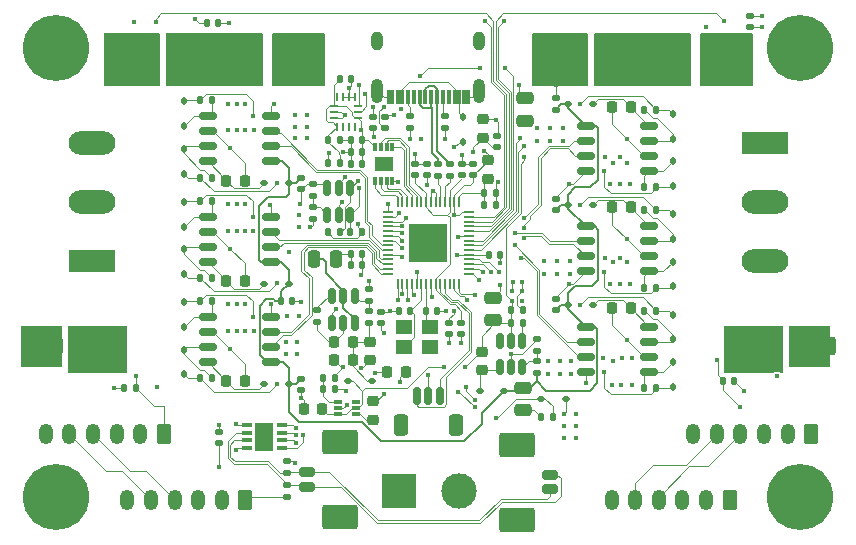
<source format=gbr>
%TF.GenerationSoftware,KiCad,Pcbnew,8.0.2*%
%TF.CreationDate,2024-05-05T15:17:45+02:00*%
%TF.ProjectId,motor_unicorn,6d6f746f-725f-4756-9e69-636f726e2e6b,rev?*%
%TF.SameCoordinates,Original*%
%TF.FileFunction,Copper,L1,Top*%
%TF.FilePolarity,Positive*%
%FSLAX46Y46*%
G04 Gerber Fmt 4.6, Leading zero omitted, Abs format (unit mm)*
G04 Created by KiCad (PCBNEW 8.0.2) date 2024-05-05 15:17:45*
%MOMM*%
%LPD*%
G01*
G04 APERTURE LIST*
G04 Aperture macros list*
%AMRoundRect*
0 Rectangle with rounded corners*
0 $1 Rounding radius*
0 $2 $3 $4 $5 $6 $7 $8 $9 X,Y pos of 4 corners*
0 Add a 4 corners polygon primitive as box body*
4,1,4,$2,$3,$4,$5,$6,$7,$8,$9,$2,$3,0*
0 Add four circle primitives for the rounded corners*
1,1,$1+$1,$2,$3*
1,1,$1+$1,$4,$5*
1,1,$1+$1,$6,$7*
1,1,$1+$1,$8,$9*
0 Add four rect primitives between the rounded corners*
20,1,$1+$1,$2,$3,$4,$5,0*
20,1,$1+$1,$4,$5,$6,$7,0*
20,1,$1+$1,$6,$7,$8,$9,0*
20,1,$1+$1,$8,$9,$2,$3,0*%
G04 Aperture macros list end*
%TA.AperFunction,SMDPad,CuDef*%
%ADD10RoundRect,0.112500X0.187500X0.112500X-0.187500X0.112500X-0.187500X-0.112500X0.187500X-0.112500X0*%
%TD*%
%TA.AperFunction,SMDPad,CuDef*%
%ADD11RoundRect,0.135000X0.135000X0.185000X-0.135000X0.185000X-0.135000X-0.185000X0.135000X-0.185000X0*%
%TD*%
%TA.AperFunction,SMDPad,CuDef*%
%ADD12R,1.400000X1.200000*%
%TD*%
%TA.AperFunction,SMDPad,CuDef*%
%ADD13R,0.450000X0.450000*%
%TD*%
%TA.AperFunction,SMDPad,CuDef*%
%ADD14R,0.300000X0.750000*%
%TD*%
%TA.AperFunction,SMDPad,CuDef*%
%ADD15R,1.500000X1.300000*%
%TD*%
%TA.AperFunction,SMDPad,CuDef*%
%ADD16RoundRect,0.140000X0.140000X0.170000X-0.140000X0.170000X-0.140000X-0.170000X0.140000X-0.170000X0*%
%TD*%
%TA.AperFunction,SMDPad,CuDef*%
%ADD17RoundRect,0.112500X-0.187500X-0.112500X0.187500X-0.112500X0.187500X0.112500X-0.187500X0.112500X0*%
%TD*%
%TA.AperFunction,SMDPad,CuDef*%
%ADD18RoundRect,0.250000X-0.250000X-0.475000X0.250000X-0.475000X0.250000X0.475000X-0.250000X0.475000X0*%
%TD*%
%TA.AperFunction,SMDPad,CuDef*%
%ADD19RoundRect,0.250000X-0.475000X0.250000X-0.475000X-0.250000X0.475000X-0.250000X0.475000X0.250000X0*%
%TD*%
%TA.AperFunction,SMDPad,CuDef*%
%ADD20RoundRect,0.250000X0.475000X-0.250000X0.475000X0.250000X-0.475000X0.250000X-0.475000X-0.250000X0*%
%TD*%
%TA.AperFunction,ComponentPad*%
%ADD21C,3.600000*%
%TD*%
%TA.AperFunction,ConnectorPad*%
%ADD22C,5.600000*%
%TD*%
%TA.AperFunction,SMDPad,CuDef*%
%ADD23RoundRect,0.250000X-1.500000X-0.550000X1.500000X-0.550000X1.500000X0.550000X-1.500000X0.550000X0*%
%TD*%
%TA.AperFunction,SMDPad,CuDef*%
%ADD24RoundRect,0.112500X0.112500X-0.187500X0.112500X0.187500X-0.112500X0.187500X-0.112500X-0.187500X0*%
%TD*%
%TA.AperFunction,SMDPad,CuDef*%
%ADD25RoundRect,0.140000X0.170000X-0.140000X0.170000X0.140000X-0.170000X0.140000X-0.170000X-0.140000X0*%
%TD*%
%TA.AperFunction,SMDPad,CuDef*%
%ADD26RoundRect,0.112500X-0.112500X0.187500X-0.112500X-0.187500X0.112500X-0.187500X0.112500X0.187500X0*%
%TD*%
%TA.AperFunction,SMDPad,CuDef*%
%ADD27RoundRect,0.140000X-0.140000X-0.170000X0.140000X-0.170000X0.140000X0.170000X-0.140000X0.170000X0*%
%TD*%
%TA.AperFunction,SMDPad,CuDef*%
%ADD28RoundRect,0.150000X0.150000X-0.512500X0.150000X0.512500X-0.150000X0.512500X-0.150000X-0.512500X0*%
%TD*%
%TA.AperFunction,SMDPad,CuDef*%
%ADD29R,0.840000X0.350000*%
%TD*%
%TA.AperFunction,SMDPad,CuDef*%
%ADD30R,1.600000X2.400000*%
%TD*%
%TA.AperFunction,SMDPad,CuDef*%
%ADD31RoundRect,0.135000X-0.185000X0.135000X-0.185000X-0.135000X0.185000X-0.135000X0.185000X0.135000X0*%
%TD*%
%TA.AperFunction,SMDPad,CuDef*%
%ADD32R,0.250000X0.675000*%
%TD*%
%TA.AperFunction,SMDPad,CuDef*%
%ADD33R,0.675000X0.250000*%
%TD*%
%TA.AperFunction,SMDPad,CuDef*%
%ADD34RoundRect,0.225000X-0.225000X-0.250000X0.225000X-0.250000X0.225000X0.250000X-0.225000X0.250000X0*%
%TD*%
%TA.AperFunction,SMDPad,CuDef*%
%ADD35RoundRect,0.140000X-0.170000X0.140000X-0.170000X-0.140000X0.170000X-0.140000X0.170000X0.140000X0*%
%TD*%
%TA.AperFunction,SMDPad,CuDef*%
%ADD36RoundRect,0.135000X-0.135000X-0.185000X0.135000X-0.185000X0.135000X0.185000X-0.135000X0.185000X0*%
%TD*%
%TA.AperFunction,SMDPad,CuDef*%
%ADD37RoundRect,0.218750X-0.256250X0.218750X-0.256250X-0.218750X0.256250X-0.218750X0.256250X0.218750X0*%
%TD*%
%TA.AperFunction,SMDPad,CuDef*%
%ADD38R,0.300000X1.150000*%
%TD*%
%TA.AperFunction,ComponentPad*%
%ADD39O,1.000000X2.100000*%
%TD*%
%TA.AperFunction,ComponentPad*%
%ADD40O,1.000000X1.600000*%
%TD*%
%TA.AperFunction,SMDPad,CuDef*%
%ADD41RoundRect,0.250000X1.500000X0.550000X-1.500000X0.550000X-1.500000X-0.550000X1.500000X-0.550000X0*%
%TD*%
%TA.AperFunction,SMDPad,CuDef*%
%ADD42RoundRect,0.150000X-0.625000X-0.150000X0.625000X-0.150000X0.625000X0.150000X-0.625000X0.150000X0*%
%TD*%
%TA.AperFunction,SMDPad,CuDef*%
%ADD43RoundRect,0.218750X-0.218750X-0.256250X0.218750X-0.256250X0.218750X0.256250X-0.218750X0.256250X0*%
%TD*%
%TA.AperFunction,ComponentPad*%
%ADD44RoundRect,0.250000X0.350000X0.625000X-0.350000X0.625000X-0.350000X-0.625000X0.350000X-0.625000X0*%
%TD*%
%TA.AperFunction,ComponentPad*%
%ADD45O,1.200000X1.750000*%
%TD*%
%TA.AperFunction,SMDPad,CuDef*%
%ADD46RoundRect,0.200000X-0.450000X0.200000X-0.450000X-0.200000X0.450000X-0.200000X0.450000X0.200000X0*%
%TD*%
%TA.AperFunction,SMDPad,CuDef*%
%ADD47RoundRect,0.250001X-1.249999X0.799999X-1.249999X-0.799999X1.249999X-0.799999X1.249999X0.799999X0*%
%TD*%
%TA.AperFunction,SMDPad,CuDef*%
%ADD48RoundRect,0.225000X0.225000X0.250000X-0.225000X0.250000X-0.225000X-0.250000X0.225000X-0.250000X0*%
%TD*%
%TA.AperFunction,SMDPad,CuDef*%
%ADD49RoundRect,0.085000X-0.265000X-0.085000X0.265000X-0.085000X0.265000X0.085000X-0.265000X0.085000X0*%
%TD*%
%TA.AperFunction,ComponentPad*%
%ADD50R,3.960000X1.980000*%
%TD*%
%TA.AperFunction,ComponentPad*%
%ADD51O,3.960000X1.980000*%
%TD*%
%TA.AperFunction,SMDPad,CuDef*%
%ADD52RoundRect,0.150000X0.625000X0.150000X-0.625000X0.150000X-0.625000X-0.150000X0.625000X-0.150000X0*%
%TD*%
%TA.AperFunction,SMDPad,CuDef*%
%ADD53RoundRect,0.225000X-0.250000X0.225000X-0.250000X-0.225000X0.250000X-0.225000X0.250000X0.225000X0*%
%TD*%
%TA.AperFunction,SMDPad,CuDef*%
%ADD54RoundRect,0.200000X0.450000X-0.200000X0.450000X0.200000X-0.450000X0.200000X-0.450000X-0.200000X0*%
%TD*%
%TA.AperFunction,SMDPad,CuDef*%
%ADD55RoundRect,0.250001X1.249999X-0.799999X1.249999X0.799999X-1.249999X0.799999X-1.249999X-0.799999X0*%
%TD*%
%TA.AperFunction,SMDPad,CuDef*%
%ADD56RoundRect,0.050000X-0.387500X-0.050000X0.387500X-0.050000X0.387500X0.050000X-0.387500X0.050000X0*%
%TD*%
%TA.AperFunction,SMDPad,CuDef*%
%ADD57RoundRect,0.050000X-0.050000X-0.387500X0.050000X-0.387500X0.050000X0.387500X-0.050000X0.387500X0*%
%TD*%
%TA.AperFunction,HeatsinkPad*%
%ADD58R,3.200000X3.200000*%
%TD*%
%TA.AperFunction,SMDPad,CuDef*%
%ADD59RoundRect,0.218750X0.256250X-0.218750X0.256250X0.218750X-0.256250X0.218750X-0.256250X-0.218750X0*%
%TD*%
%TA.AperFunction,SMDPad,CuDef*%
%ADD60RoundRect,0.150000X0.150000X0.625000X-0.150000X0.625000X-0.150000X-0.625000X0.150000X-0.625000X0*%
%TD*%
%TA.AperFunction,SMDPad,CuDef*%
%ADD61RoundRect,0.250000X0.350000X0.650000X-0.350000X0.650000X-0.350000X-0.650000X0.350000X-0.650000X0*%
%TD*%
%TA.AperFunction,ComponentPad*%
%ADD62R,3.000000X3.000000*%
%TD*%
%TA.AperFunction,ComponentPad*%
%ADD63C,3.000000*%
%TD*%
%TA.AperFunction,ViaPad*%
%ADD64C,0.450000*%
%TD*%
%TA.AperFunction,Conductor*%
%ADD65C,0.100000*%
%TD*%
%TA.AperFunction,Conductor*%
%ADD66C,0.200000*%
%TD*%
%TA.AperFunction,Conductor*%
%ADD67C,0.152400*%
%TD*%
G04 APERTURE END LIST*
D10*
%TO.P,D23,1,K*%
%TO.N,VPP*%
X11650000Y-8200000D03*
%TO.P,D23,2,A*%
%TO.N,Net-(D23-A)*%
X9550000Y-8200000D03*
%TD*%
D11*
%TO.P,R35,1*%
%TO.N,Net-(D23-A)*%
X10510000Y-9700000D03*
%TO.P,R35,2*%
%TO.N,GND*%
X9490000Y-9700000D03*
%TD*%
D12*
%TO.P,Y1,1,1*%
%TO.N,/rp2040/OSC_OUT*%
X100000Y-2150000D03*
%TO.P,Y1,2*%
%TO.N,N/C*%
X-2100000Y-2150000D03*
%TO.P,Y1,3,2*%
%TO.N,/rp2040/OSC_IN*%
X-2100000Y-3850000D03*
%TO.P,Y1,4*%
%TO.N,N/C*%
X100000Y-3850000D03*
%TD*%
D13*
%TO.P,D1,1,VDD*%
%TO.N,+5V*%
X7075000Y75000D03*
%TO.P,D1,2,DOUT*%
%TO.N,/rp2040/LED_OUT*%
X7925000Y75000D03*
%TO.P,D1,3,VSS*%
%TO.N,GND*%
X7925000Y925000D03*
%TO.P,D1,4,DIN*%
%TO.N,/rp2040/STATUS_LED*%
X7075000Y925000D03*
%TD*%
D14*
%TO.P,U2,1,~{CS}*%
%TO.N,/rp2040/QSPI_NCS*%
X-4550000Y10225000D03*
%TO.P,U2,2,DO(IO1)*%
%TO.N,/rp2040/QSPI_D1*%
X-4050000Y10225000D03*
%TO.P,U2,3,IO2*%
%TO.N,/rp2040/QSPI_D2*%
X-3550000Y10225000D03*
%TO.P,U2,4,GND*%
%TO.N,GND*%
X-3050000Y10225000D03*
%TO.P,U2,5,DI(IO0)*%
%TO.N,/rp2040/QSPI_D0*%
X-3050000Y13125000D03*
%TO.P,U2,6,CLK*%
%TO.N,/rp2040/QSPI_SCK*%
X-3550000Y13125000D03*
%TO.P,U2,7,IO3*%
%TO.N,/rp2040/QSPI_D3*%
X-4050000Y13125000D03*
%TO.P,U2,8,VCC*%
%TO.N,+3V3*%
X-4550000Y13125000D03*
D15*
%TO.P,U2,9,EP*%
%TO.N,unconnected-(U2-EP-Pad9)*%
X-3800000Y11675000D03*
%TD*%
D16*
%TO.P,C1,1*%
%TO.N,+3V3*%
X-5620000Y13700000D03*
%TO.P,C1,2*%
%TO.N,GND*%
X-6580000Y13700000D03*
%TD*%
D17*
%TO.P,D22,1,K*%
%TO.N,+5V*%
X-6850000Y-6700000D03*
%TO.P,D22,2,A*%
%TO.N,Net-(D22-A)*%
X-4750000Y-6700000D03*
%TD*%
D18*
%TO.P,C47,1*%
%TO.N,VPP*%
X-9700000Y3600000D03*
%TO.P,C47,2*%
%TO.N,GND*%
X-7800000Y3600000D03*
%TD*%
D19*
%TO.P,C46,1*%
%TO.N,+12V*%
X8000000Y-7250000D03*
%TO.P,C46,2*%
%TO.N,GND*%
X8000000Y-9150000D03*
%TD*%
D20*
%TO.P,C45,1*%
%TO.N,+5V*%
X5500000Y-1550000D03*
%TO.P,C45,2*%
%TO.N,GND*%
X5500000Y350000D03*
%TD*%
%TO.P,C42,1*%
%TO.N,Net-(U16-VCOMH)*%
X8200000Y15350000D03*
%TO.P,C42,2*%
%TO.N,GND*%
X8200000Y17250000D03*
%TD*%
D21*
%TO.P,H1,1,1*%
%TO.N,GND*%
X-31500000Y-16500000D03*
D22*
X-31500000Y-16500000D03*
%TD*%
D17*
%TO.P,D5,1,K*%
%TO.N,Net-(D5-K)*%
X-13945001Y-6950000D03*
%TO.P,D5,2,A*%
%TO.N,+12V*%
X-11845001Y-6950000D03*
%TD*%
D23*
%TO.P,C54,1*%
%TO.N,VPP*%
X20300000Y21250000D03*
%TO.P,C54,2*%
%TO.N,GND*%
X25700000Y21250000D03*
%TD*%
D24*
%TO.P,D16,1,K*%
%TO.N,Net-(D16-K)*%
X20695000Y-3175000D03*
%TO.P,D16,2,A*%
%TO.N,Net-(D16-A)*%
X20695000Y-1075000D03*
%TD*%
D25*
%TO.P,C20,1*%
%TO.N,+3V3*%
X3800000Y10720000D03*
%TO.P,C20,2*%
%TO.N,GND*%
X3800000Y11680000D03*
%TD*%
D26*
%TO.P,D17,1,K*%
%TO.N,Net-(D17-K)*%
X20695000Y-5075000D03*
%TO.P,D17,2,A*%
%TO.N,Net-(D17-A)*%
X20695000Y-7175000D03*
%TD*%
D25*
%TO.P,C19,1*%
%TO.N,+1V1*%
X2800000Y10720000D03*
%TO.P,C19,2*%
%TO.N,GND*%
X2800000Y11680000D03*
%TD*%
D27*
%TO.P,C30,1*%
%TO.N,+3V3*%
X-8480000Y13700000D03*
%TO.P,C30,2*%
%TO.N,GND*%
X-7520000Y13700000D03*
%TD*%
D21*
%TO.P,H4,1,1*%
%TO.N,GND*%
X-31500000Y21500000D03*
D22*
X-31500000Y21500000D03*
%TD*%
D27*
%TO.P,C7,1*%
%TO.N,+5V*%
X7020000Y-700000D03*
%TO.P,C7,2*%
%TO.N,GND*%
X7980000Y-700000D03*
%TD*%
D28*
%TO.P,U31,1,GND*%
%TO.N,GND*%
X-8150000Y-1737500D03*
%TO.P,U31,2,SW*%
%TO.N,Net-(U31-SW)*%
X-7200000Y-1737500D03*
%TO.P,U31,3,VIN*%
%TO.N,VPP*%
X-6250000Y-1737500D03*
%TO.P,U31,4,FB*%
%TO.N,Net-(U31-FB)*%
X-6250000Y537500D03*
%TO.P,U31,5,EN*%
%TO.N,VPP*%
X-7200000Y537500D03*
%TO.P,U31,6,CB*%
%TO.N,Net-(U31-CB)*%
X-8150000Y537500D03*
%TD*%
D29*
%TO.P,U9,1,RO*%
%TO.N,/RS485_RX*%
X-12400000Y-12375000D03*
%TO.P,U9,2,~{RE}*%
%TO.N,/RS485_NRE*%
X-12400000Y-11725000D03*
%TO.P,U9,3,DE*%
%TO.N,/RS485_DE*%
X-12400000Y-11075000D03*
%TO.P,U9,4,DI*%
%TO.N,/RS485_TX*%
X-12400000Y-10425000D03*
%TO.P,U9,5,GND*%
%TO.N,GND*%
X-15400000Y-10425000D03*
%TO.P,U9,6,A*%
%TO.N,Net-(J3-Pin_1)*%
X-15400000Y-11075000D03*
%TO.P,U9,7,B*%
%TO.N,Net-(J3-Pin_2)*%
X-15400000Y-11725000D03*
%TO.P,U9,8,VCC*%
%TO.N,+3V3*%
X-15400000Y-12375000D03*
D30*
%TO.P,U9,9*%
%TO.N,N/C*%
X-13900000Y-11400000D03*
%TD*%
D31*
%TO.P,R34,1*%
%TO.N,GND*%
X-9800000Y10020000D03*
%TO.P,R34,2*%
%TO.N,Net-(U30-VIN+)*%
X-9800000Y9000000D03*
%TD*%
D27*
%TO.P,C28,1*%
%TO.N,+3V3*%
X-18780000Y23600000D03*
%TO.P,C28,2*%
%TO.N,GND*%
X-17820000Y23600000D03*
%TD*%
D25*
%TO.P,C34,1*%
%TO.N,+12V*%
X10795000Y-705000D03*
%TO.P,C34,2*%
%TO.N,GND*%
X10795000Y255000D03*
%TD*%
D32*
%TO.P,U10,1,A0/POCI*%
%TO.N,GND*%
X-6250000Y17362500D03*
%TO.P,U10,2,SDx*%
X-6750000Y17362500D03*
%TO.P,U10,3,SCx*%
X-7250000Y17362500D03*
%TO.P,U10,4,INT1*%
%TO.N,unconnected-(U10-INT1-Pad4)*%
X-7750000Y17362500D03*
D33*
%TO.P,U10,5,VDDIO*%
%TO.N,+3V3*%
X-8012500Y16600000D03*
%TO.P,U10,6,GND*%
%TO.N,GND*%
X-8012500Y16100000D03*
%TO.P,U10,7,GND*%
X-8012500Y15600000D03*
D32*
%TO.P,U10,8,VDD*%
%TO.N,+3V3*%
X-7750000Y14837500D03*
%TO.P,U10,9,INT2*%
%TO.N,unconnected-(U10-INT2-Pad9)*%
X-7250000Y14837500D03*
%TO.P,U10,10,NC*%
%TO.N,unconnected-(U10-NC-Pad10)*%
X-6750000Y14837500D03*
%TO.P,U10,11,NC*%
%TO.N,unconnected-(U10-NC-Pad11)*%
X-6250000Y14837500D03*
D33*
%TO.P,U10,12,NCS*%
%TO.N,+3V3*%
X-5987500Y15600000D03*
%TO.P,U10,13,SCL/SCK*%
%TO.N,/I2C_SCL*%
X-5987500Y16100000D03*
%TO.P,U10,14,SDA/PICO*%
%TO.N,/I2C_SDA*%
X-5987500Y16600000D03*
%TD*%
D27*
%TO.P,C16,1*%
%TO.N,/rp2040/V_ADC*%
X4720000Y8250000D03*
%TO.P,C16,2*%
%TO.N,GND*%
X5680000Y8250000D03*
%TD*%
D31*
%TO.P,R5,1*%
%TO.N,/rp2040/USB_DIN_P*%
X790000Y11710000D03*
%TO.P,R5,2*%
%TO.N,/rp2040/USB_D+*%
X790000Y10690000D03*
%TD*%
D28*
%TO.P,U17,1,SW*%
%TO.N,Net-(D21-A)*%
X6050000Y-5537500D03*
%TO.P,U17,2,GND*%
%TO.N,GND*%
X7000000Y-5537500D03*
%TO.P,U17,3,FB*%
%TO.N,Net-(U17-FB)*%
X7950000Y-5537500D03*
%TO.P,U17,4,EN*%
%TO.N,Net-(U17-EN)*%
X7950000Y-3262500D03*
%TO.P,U17,5,VIN*%
%TO.N,+5V*%
X7000000Y-3262500D03*
%TO.P,U17,6*%
%TO.N,N/C*%
X6050000Y-3262500D03*
%TD*%
D16*
%TO.P,C15,1*%
%TO.N,+3V3*%
X-5620000Y3100000D03*
%TO.P,C15,2*%
%TO.N,GND*%
X-6580000Y3100000D03*
%TD*%
D34*
%TO.P,C33,1*%
%TO.N,/bridge3/OUT*%
X15570000Y16525000D03*
%TO.P,C33,2*%
%TO.N,Net-(D12-K)*%
X17120000Y16525000D03*
%TD*%
D35*
%TO.P,C22,1*%
%TO.N,+12V*%
X-10795000Y-6495000D03*
%TO.P,C22,2*%
%TO.N,GND*%
X-10795000Y-7455000D03*
%TD*%
D26*
%TO.P,D3,1,K*%
%TO.N,Net-(D3-K)*%
X-20695000Y-4024999D03*
%TO.P,D3,2,A*%
%TO.N,Net-(D3-A)*%
X-20695000Y-6124999D03*
%TD*%
D31*
%TO.P,R7,1*%
%TO.N,Net-(J2-CC2)*%
X-1600000Y15710000D03*
%TO.P,R7,2*%
%TO.N,GND*%
X-1600000Y14690000D03*
%TD*%
%TO.P,R29,1*%
%TO.N,Net-(U17-FB)*%
X9175000Y-5000000D03*
%TO.P,R29,2*%
%TO.N,+12V*%
X9175000Y-6020000D03*
%TD*%
D26*
%TO.P,D7,1,K*%
%TO.N,Net-(D7-K)*%
X-20695000Y12975001D03*
%TO.P,D7,2,A*%
%TO.N,Net-(D7-A)*%
X-20695000Y10875001D03*
%TD*%
D31*
%TO.P,R4,1*%
%TO.N,/rp2040/USB_DIN_N*%
X1800000Y11710000D03*
%TO.P,R4,2*%
%TO.N,/rp2040/USB_D-*%
X1800000Y10690000D03*
%TD*%
D27*
%TO.P,C31,1*%
%TO.N,+3V3*%
X-7480000Y18900000D03*
%TO.P,C31,2*%
%TO.N,GND*%
X-6520000Y18900000D03*
%TD*%
D28*
%TO.P,U30,1,VIN+*%
%TO.N,Net-(U30-VIN+)*%
X-8550000Y7362500D03*
%TO.P,U30,2,GND*%
%TO.N,GND*%
X-7600000Y7362500D03*
%TO.P,U30,3,SCL*%
%TO.N,/I2C_SCL*%
X-6650000Y7362500D03*
%TO.P,U30,4,SDA*%
%TO.N,/I2C_SDA*%
X-6650000Y9637500D03*
%TO.P,U30,5,VDD*%
%TO.N,+3V3*%
X-7600000Y9637500D03*
%TO.P,U30,6,VIN-*%
%TO.N,GND*%
X-8550000Y9637500D03*
%TD*%
D11*
%TO.P,R13,1*%
%TO.N,Net-(D11-K)*%
X-18284999Y8575000D03*
%TO.P,R13,2*%
%TO.N,Net-(D11-A)*%
X-19304999Y8575000D03*
%TD*%
D36*
%TO.P,R20,1*%
%TO.N,Net-(D16-K)*%
X18285000Y-725000D03*
%TO.P,R20,2*%
%TO.N,Net-(D16-A)*%
X19305000Y-725000D03*
%TD*%
D10*
%TO.P,D21,1,K*%
%TO.N,+12V*%
X6425000Y-7510000D03*
%TO.P,D21,2,A*%
%TO.N,Net-(D21-A)*%
X4325000Y-7510000D03*
%TD*%
D37*
%TO.P,L2,1,1*%
%TO.N,+5V*%
X4525000Y-4222500D03*
%TO.P,L2,2,2*%
%TO.N,Net-(D21-A)*%
X4525000Y-5797500D03*
%TD*%
D11*
%TO.P,R11,1*%
%TO.N,Net-(D8-K)*%
X-18284999Y17075000D03*
%TO.P,R11,2*%
%TO.N,Net-(D8-A)*%
X-19304999Y17075000D03*
%TD*%
D34*
%TO.P,C37,1*%
%TO.N,/bridge5/OUT*%
X15570000Y8025000D03*
%TO.P,C37,2*%
%TO.N,Net-(D18-K)*%
X17120000Y8025000D03*
%TD*%
D16*
%TO.P,C10,1*%
%TO.N,+3V3*%
X-5620000Y11700000D03*
%TO.P,C10,2*%
%TO.N,GND*%
X-6580000Y11700000D03*
%TD*%
D10*
%TO.P,D18,1,K*%
%TO.N,Net-(D18-K)*%
X13945000Y8250000D03*
%TO.P,D18,2,A*%
%TO.N,+12V*%
X11845000Y8250000D03*
%TD*%
D16*
%TO.P,C13,1*%
%TO.N,+3V3*%
X-5620000Y4100000D03*
%TO.P,C13,2*%
%TO.N,GND*%
X-6580000Y4100000D03*
%TD*%
D26*
%TO.P,D14,1,K*%
%TO.N,Net-(D14-K)*%
X20695000Y11925000D03*
%TO.P,D14,2,A*%
%TO.N,Net-(D14-A)*%
X20695000Y9825000D03*
%TD*%
D38*
%TO.P,J2,A1,GND*%
%TO.N,GND*%
X3350000Y17330000D03*
%TO.P,J2,A4,VBUS*%
%TO.N,Net-(D2-A)*%
X2550000Y17330000D03*
%TO.P,J2,A5,CC1*%
%TO.N,Net-(J2-CC1)*%
X1250000Y17330000D03*
%TO.P,J2,A6,D+*%
%TO.N,/rp2040/USB_DIN_P*%
X250000Y17330000D03*
%TO.P,J2,A7,D-*%
%TO.N,/rp2040/USB_DIN_N*%
X-250000Y17330000D03*
%TO.P,J2,A8*%
%TO.N,N/C*%
X-1250000Y17330000D03*
%TO.P,J2,A9,VBUS*%
%TO.N,Net-(D2-A)*%
X-2550000Y17330000D03*
%TO.P,J2,A12,GND*%
%TO.N,GND*%
X-3350000Y17330000D03*
%TO.P,J2,B1,GND*%
X-3050000Y17330000D03*
%TO.P,J2,B4,VBUS*%
%TO.N,Net-(D2-A)*%
X-2250000Y17330000D03*
%TO.P,J2,B5,CC2*%
%TO.N,Net-(J2-CC2)*%
X-1750000Y17330000D03*
%TO.P,J2,B6,D+*%
%TO.N,/rp2040/USB_DIN_P*%
X-750000Y17330000D03*
%TO.P,J2,B7,D-*%
%TO.N,/rp2040/USB_DIN_N*%
X750000Y17330000D03*
%TO.P,J2,B8*%
%TO.N,N/C*%
X1750000Y17330000D03*
%TO.P,J2,B9,VBUS*%
%TO.N,Net-(D2-A)*%
X2250000Y17330000D03*
%TO.P,J2,B12,GND*%
%TO.N,GND*%
X3050000Y17330000D03*
D39*
%TO.P,J2,S1,SHIELD*%
X4320000Y17895000D03*
D40*
X4320000Y22075000D03*
D39*
X-4320000Y17895000D03*
D40*
X-4320000Y22075000D03*
%TD*%
D25*
%TO.P,C9,1*%
%TO.N,+3V3*%
X-4000000Y-1780000D03*
%TO.P,C9,2*%
%TO.N,GND*%
X-4000000Y-820000D03*
%TD*%
D36*
%TO.P,R2,1*%
%TO.N,Net-(U1-FB)*%
X-8910000Y-6400000D03*
%TO.P,R2,2*%
%TO.N,GND*%
X-7890000Y-6400000D03*
%TD*%
D31*
%TO.P,R6,1*%
%TO.N,Net-(J2-CC1)*%
X1400000Y15710000D03*
%TO.P,R6,2*%
%TO.N,GND*%
X1400000Y14690000D03*
%TD*%
D16*
%TO.P,C3,1*%
%TO.N,/rp2040/OSC_IN*%
X-1520000Y-750000D03*
%TO.P,C3,2*%
%TO.N,GND*%
X-2480000Y-750000D03*
%TD*%
D10*
%TO.P,D15,1,K*%
%TO.N,Net-(D15-K)*%
X13945000Y-250000D03*
%TO.P,D15,2,A*%
%TO.N,+12V*%
X11845000Y-250000D03*
%TD*%
D36*
%TO.P,R18,1*%
%TO.N,Net-(D13-K)*%
X18285000Y16275000D03*
%TO.P,R18,2*%
%TO.N,Net-(D13-A)*%
X19305000Y16275000D03*
%TD*%
D41*
%TO.P,C52,1*%
%TO.N,VPP*%
X-20300000Y21250000D03*
%TO.P,C52,2*%
%TO.N,GND*%
X-25700000Y21250000D03*
%TD*%
D21*
%TO.P,H3,1,1*%
%TO.N,GND*%
X31500000Y21500000D03*
D22*
X31500000Y21500000D03*
%TD*%
D11*
%TO.P,R10,1*%
%TO.N,Net-(D7-K)*%
X-18285000Y10525001D03*
%TO.P,R10,2*%
%TO.N,Net-(D7-A)*%
X-19305000Y10525001D03*
%TD*%
D42*
%TO.P,U12,1,VCC*%
%TO.N,+12V*%
X13325000Y-2095000D03*
%TO.P,U12,2,H_IN*%
%TO.N,/bridge4/H_IN*%
X13325000Y-3365000D03*
%TO.P,U12,3,L_IN*%
%TO.N,/bridge4/L_IN*%
X13325000Y-4635000D03*
%TO.P,U12,4,GND*%
%TO.N,GND*%
X13325000Y-5905000D03*
%TO.P,U12,5,LO*%
%TO.N,Net-(D17-K)*%
X18675000Y-5905000D03*
%TO.P,U12,6,VS*%
%TO.N,/bridge4/OUT*%
X18675000Y-4635000D03*
%TO.P,U12,7,HO*%
%TO.N,Net-(D16-K)*%
X18675000Y-3365000D03*
%TO.P,U12,8,VB*%
%TO.N,Net-(D15-K)*%
X18675000Y-2095000D03*
%TD*%
D43*
%TO.P,L3,1,1*%
%TO.N,Net-(U31-SW)*%
X-7987500Y-3400000D03*
%TO.P,L3,2,2*%
%TO.N,Net-(D22-A)*%
X-6412500Y-3400000D03*
%TD*%
D44*
%TO.P,J8,1,Pin_1*%
%TO.N,+3V3*%
X32400000Y-11200000D03*
D45*
%TO.P,J8,2,Pin_2*%
%TO.N,GND*%
X30400000Y-11200000D03*
%TO.P,J8,3,Pin_3*%
%TO.N,/HALL_DAT_1*%
X28400000Y-11200000D03*
%TO.P,J8,4,Pin_4*%
%TO.N,/HALL_CLK*%
X26400000Y-11200000D03*
%TO.P,J8,5,Pin_5*%
%TO.N,/HALL_CSN*%
X24400000Y-11200000D03*
%TO.P,J8,6,Pin_6*%
%TO.N,+3V3*%
X22400000Y-11200000D03*
%TD*%
D36*
%TO.P,R19,1*%
%TO.N,Net-(D14-K)*%
X18285000Y9725000D03*
%TO.P,R19,2*%
%TO.N,Net-(D14-A)*%
X19305000Y9725000D03*
%TD*%
D35*
%TO.P,C23,1*%
%TO.N,+12V*%
X-10795000Y10505000D03*
%TO.P,C23,2*%
%TO.N,GND*%
X-10795000Y9545000D03*
%TD*%
D11*
%TO.P,R8,1*%
%TO.N,Net-(D3-K)*%
X-18285000Y-6474999D03*
%TO.P,R8,2*%
%TO.N,Net-(D3-A)*%
X-19305000Y-6474999D03*
%TD*%
D35*
%TO.P,C48,1*%
%TO.N,Net-(U31-CB)*%
X-9400000Y-720000D03*
%TO.P,C48,2*%
%TO.N,Net-(U31-SW)*%
X-9400000Y-1680000D03*
%TD*%
%TO.P,C38,1*%
%TO.N,+3V3*%
X27250000Y24230000D03*
%TO.P,C38,2*%
%TO.N,GND*%
X27250000Y23270000D03*
%TD*%
D25*
%TO.P,C36,1*%
%TO.N,+12V*%
X10795000Y7795000D03*
%TO.P,C36,2*%
%TO.N,GND*%
X10795000Y8755000D03*
%TD*%
D46*
%TO.P,J3,1,Pin_1*%
%TO.N,Net-(J3-Pin_1)*%
X10250000Y-14625000D03*
%TO.P,J3,2,Pin_2*%
%TO.N,Net-(J3-Pin_2)*%
X10250000Y-15875000D03*
D47*
%TO.P,J3,MP*%
%TO.N,N/C*%
X7500000Y-12075000D03*
X7500000Y-18425000D03*
%TD*%
D42*
%TO.P,U11,1,VCC*%
%TO.N,+12V*%
X13325000Y14905000D03*
%TO.P,U11,2,H_IN*%
%TO.N,/bridge3/H_IN*%
X13325000Y13635000D03*
%TO.P,U11,3,L_IN*%
%TO.N,/bridge3/L_IN*%
X13325000Y12365000D03*
%TO.P,U11,4,GND*%
%TO.N,GND*%
X13325000Y11095000D03*
%TO.P,U11,5,LO*%
%TO.N,Net-(D14-K)*%
X18675000Y11095000D03*
%TO.P,U11,6,VS*%
%TO.N,/bridge3/OUT*%
X18675000Y12365000D03*
%TO.P,U11,7,HO*%
%TO.N,Net-(D13-K)*%
X18675000Y13635000D03*
%TO.P,U11,8,VB*%
%TO.N,Net-(D12-K)*%
X18675000Y14905000D03*
%TD*%
D48*
%TO.P,C26,1*%
%TO.N,/bridge2/OUT*%
X-15570000Y1775000D03*
%TO.P,C26,2*%
%TO.N,Net-(D9-K)*%
X-17120000Y1775000D03*
%TD*%
D44*
%TO.P,J9,1,Pin_1*%
%TO.N,+3V3*%
X-15500000Y-16750000D03*
D45*
%TO.P,J9,2,Pin_2*%
%TO.N,GND*%
X-17500000Y-16750000D03*
%TO.P,J9,3,Pin_3*%
%TO.N,/HALL_DAT_2*%
X-19500000Y-16750000D03*
%TO.P,J9,4,Pin_4*%
%TO.N,/HALL_CLK*%
X-21500000Y-16750000D03*
%TO.P,J9,5,Pin_5*%
%TO.N,/HALL_CSN*%
X-23500000Y-16750000D03*
%TO.P,J9,6,Pin_6*%
%TO.N,+3V3*%
X-25500000Y-16750000D03*
%TD*%
D48*
%TO.P,C2,1*%
%TO.N,+5V*%
X-9025000Y-9100000D03*
%TO.P,C2,2*%
%TO.N,GND*%
X-10575000Y-9100000D03*
%TD*%
D49*
%TO.P,U1,1,FB*%
%TO.N,Net-(U1-FB)*%
X-7650000Y-8500000D03*
%TO.P,U1,2,GND*%
%TO.N,GND*%
X-7650000Y-9000000D03*
%TO.P,U1,3,VIN*%
%TO.N,+5V*%
X-7650000Y-9500000D03*
%TO.P,U1,4,SW*%
%TO.N,Net-(U1-SW)*%
X-6150000Y-9500000D03*
%TO.P,U1,5,EN*%
%TO.N,+5V*%
X-6150000Y-9000000D03*
%TO.P,U1,6,NC*%
%TO.N,unconnected-(U1-NC-Pad6)*%
X-6150000Y-8500000D03*
%TD*%
D31*
%TO.P,R33,1*%
%TO.N,Net-(U30-VIN+)*%
X-9800000Y8010000D03*
%TO.P,R33,2*%
%TO.N,VPP*%
X-9800000Y6990000D03*
%TD*%
D24*
%TO.P,D2,1,K*%
%TO.N,+5V*%
X2900000Y13550000D03*
%TO.P,D2,2,A*%
%TO.N,Net-(D2-A)*%
X2900000Y15650000D03*
%TD*%
D17*
%TO.P,D9,1,K*%
%TO.N,Net-(D9-K)*%
X-13945001Y1550000D03*
%TO.P,D9,2,A*%
%TO.N,+12V*%
X-11845001Y1550000D03*
%TD*%
D23*
%TO.P,C53,1*%
%TO.N,VPP*%
X27300000Y-3750000D03*
%TO.P,C53,2*%
%TO.N,GND*%
X32700000Y-3750000D03*
%TD*%
D36*
%TO.P,R23,1*%
%TO.N,Net-(D20-K)*%
X18285000Y1225000D03*
%TO.P,R23,2*%
%TO.N,Net-(D20-A)*%
X19305000Y1225000D03*
%TD*%
D35*
%TO.P,C8,1*%
%TO.N,+1V1*%
X2750000Y-1770000D03*
%TO.P,C8,2*%
%TO.N,GND*%
X2750000Y-2730000D03*
%TD*%
D50*
%TO.P,J5,1,Pin_1*%
%TO.N,/cur_sense/IO1*%
X-28500000Y3500000D03*
D51*
%TO.P,J5,2,Pin_2*%
%TO.N,/bridge2/OUT*%
X-28500000Y8500000D03*
%TO.P,J5,3,Pin_3*%
%TO.N,/cur_sense1/IO2*%
X-28500000Y13500000D03*
%TD*%
D36*
%TO.P,R21,1*%
%TO.N,Net-(D17-K)*%
X18285000Y-7275000D03*
%TO.P,R21,2*%
%TO.N,Net-(D17-A)*%
X19305000Y-7275000D03*
%TD*%
D34*
%TO.P,C6,1*%
%TO.N,+3V3*%
X-3475000Y-5900000D03*
%TO.P,C6,2*%
%TO.N,GND*%
X-1925000Y-5900000D03*
%TD*%
D25*
%TO.P,C41,1*%
%TO.N,Net-(U16-C1P)*%
X-3700000Y14720000D03*
%TO.P,C41,2*%
%TO.N,Net-(U16-C1N)*%
X-3700000Y15680000D03*
%TD*%
D27*
%TO.P,C25,1*%
%TO.N,+12V*%
X-12480000Y100000D03*
%TO.P,C25,2*%
%TO.N,GND*%
X-11520000Y100000D03*
%TD*%
D36*
%TO.P,R22,1*%
%TO.N,Net-(D19-K)*%
X18285000Y7775000D03*
%TO.P,R22,2*%
%TO.N,Net-(D19-A)*%
X19305000Y7775000D03*
%TD*%
D37*
%TO.P,FB1,1*%
%TO.N,+3V3*%
X5000000Y11987500D03*
%TO.P,FB1,2*%
%TO.N,/rp2040/V_ADC*%
X5000000Y10412500D03*
%TD*%
D27*
%TO.P,C14,1*%
%TO.N,+3V3*%
X5120000Y4000000D03*
%TO.P,C14,2*%
%TO.N,GND*%
X6080000Y4000000D03*
%TD*%
D11*
%TO.P,R9,1*%
%TO.N,Net-(D4-K)*%
X-18284999Y75000D03*
%TO.P,R9,2*%
%TO.N,Net-(D4-A)*%
X-19304999Y75000D03*
%TD*%
D52*
%TO.P,U6,1,VCC*%
%TO.N,+12V*%
X-13325000Y3395000D03*
%TO.P,U6,2,H_IN*%
%TO.N,/bridge2/H_IN*%
X-13325000Y4665000D03*
%TO.P,U6,3,L_IN*%
%TO.N,/bridge2/L_IN*%
X-13325000Y5935000D03*
%TO.P,U6,4,GND*%
%TO.N,GND*%
X-13325000Y7205000D03*
%TO.P,U6,5,LO*%
%TO.N,Net-(D11-K)*%
X-18675000Y7205000D03*
%TO.P,U6,6,VS*%
%TO.N,/bridge2/OUT*%
X-18675000Y5935000D03*
%TO.P,U6,7,HO*%
%TO.N,Net-(D10-K)*%
X-18675000Y4665000D03*
%TO.P,U6,8,VB*%
%TO.N,Net-(D9-K)*%
X-18675000Y3395000D03*
%TD*%
D44*
%TO.P,J7,1,Pin_1*%
%TO.N,+3V3*%
X25500000Y-16750000D03*
D45*
%TO.P,J7,2,Pin_2*%
%TO.N,GND*%
X23500000Y-16750000D03*
%TO.P,J7,3,Pin_3*%
%TO.N,/HALL_DAT_0*%
X21500000Y-16750000D03*
%TO.P,J7,4,Pin_4*%
%TO.N,/HALL_CLK*%
X19500000Y-16750000D03*
%TO.P,J7,5,Pin_5*%
%TO.N,/HALL_CSN*%
X17500000Y-16750000D03*
%TO.P,J7,6,Pin_6*%
%TO.N,+3V3*%
X15500000Y-16750000D03*
%TD*%
D27*
%TO.P,C18,1*%
%TO.N,/rp2040/V_ADC*%
X4720000Y9200000D03*
%TO.P,C18,2*%
%TO.N,GND*%
X5680000Y9200000D03*
%TD*%
D53*
%TO.P,C44,1*%
%TO.N,Net-(U16-VCC)*%
X4600000Y15475000D03*
%TO.P,C44,2*%
%TO.N,GND*%
X4600000Y13925000D03*
%TD*%
D41*
%TO.P,C57,1*%
%TO.N,VPP*%
X-27300000Y-3750000D03*
%TO.P,C57,2*%
%TO.N,GND*%
X-32700000Y-3750000D03*
%TD*%
D16*
%TO.P,C51,1*%
%TO.N,+3V3*%
X-7520000Y11800000D03*
%TO.P,C51,2*%
%TO.N,GND*%
X-8480000Y11800000D03*
%TD*%
D25*
%TO.P,C32,1*%
%TO.N,+12V*%
X10795000Y16295000D03*
%TO.P,C32,2*%
%TO.N,GND*%
X10795000Y17255000D03*
%TD*%
%TO.P,C29,1*%
%TO.N,+3V3*%
X-17700000Y-11980000D03*
%TO.P,C29,2*%
%TO.N,GND*%
X-17700000Y-11020000D03*
%TD*%
D24*
%TO.P,D4,1,K*%
%TO.N,Net-(D4-K)*%
X-20695000Y-2125000D03*
%TO.P,D4,2,A*%
%TO.N,Net-(D4-A)*%
X-20695000Y-25000D03*
%TD*%
D31*
%TO.P,R30,1*%
%TO.N,GND*%
X9175000Y-3100000D03*
%TO.P,R30,2*%
%TO.N,Net-(U17-FB)*%
X9175000Y-4120000D03*
%TD*%
D50*
%TO.P,J6,1,Pin_1*%
%TO.N,/cur_sense2/IO1*%
X28500000Y13500000D03*
D51*
%TO.P,J6,2,Pin_2*%
%TO.N,/bridge5/OUT*%
X28500000Y8500000D03*
%TO.P,J6,3,Pin_3*%
%TO.N,/cur_sense3/IO2*%
X28500000Y3500000D03*
%TD*%
D21*
%TO.P,H2,1,1*%
%TO.N,GND*%
X31500000Y-16500000D03*
D22*
X31500000Y-16500000D03*
%TD*%
D24*
%TO.P,D8,1,K*%
%TO.N,Net-(D8-K)*%
X-20695000Y14875000D03*
%TO.P,D8,2,A*%
%TO.N,Net-(D8-A)*%
X-20695000Y16975000D03*
%TD*%
D31*
%TO.P,R17,1*%
%TO.N,GND*%
X-12000000Y-13490000D03*
%TO.P,R17,2*%
%TO.N,Net-(J3-Pin_2)*%
X-12000000Y-14510000D03*
%TD*%
D25*
%TO.P,C11,1*%
%TO.N,+1V1*%
X-1100000Y10720000D03*
%TO.P,C11,2*%
%TO.N,GND*%
X-1100000Y11680000D03*
%TD*%
D42*
%TO.P,U13,1,VCC*%
%TO.N,+12V*%
X13325000Y6405000D03*
%TO.P,U13,2,H_IN*%
%TO.N,/bridge5/H_IN*%
X13325000Y5135000D03*
%TO.P,U13,3,L_IN*%
%TO.N,/bridge5/L_IN*%
X13325000Y3865000D03*
%TO.P,U13,4,GND*%
%TO.N,GND*%
X13325000Y2595000D03*
%TO.P,U13,5,LO*%
%TO.N,Net-(D20-K)*%
X18675000Y2595000D03*
%TO.P,U13,6,VS*%
%TO.N,/bridge5/OUT*%
X18675000Y3865000D03*
%TO.P,U13,7,HO*%
%TO.N,Net-(D19-K)*%
X18675000Y5135000D03*
%TO.P,U13,8,VB*%
%TO.N,Net-(D18-K)*%
X18675000Y6405000D03*
%TD*%
D54*
%TO.P,J4,1,Pin_1*%
%TO.N,Net-(J3-Pin_1)*%
X-10250000Y-15625000D03*
%TO.P,J4,2,Pin_2*%
%TO.N,Net-(J3-Pin_2)*%
X-10250000Y-14375000D03*
D55*
%TO.P,J4,MP*%
%TO.N,N/C*%
X-7500000Y-18175000D03*
X-7500000Y-11825000D03*
%TD*%
D24*
%TO.P,D11,1,K*%
%TO.N,Net-(D11-K)*%
X-20695000Y6375000D03*
%TO.P,D11,2,A*%
%TO.N,Net-(D11-A)*%
X-20695000Y8475000D03*
%TD*%
D35*
%TO.P,C43,1*%
%TO.N,Net-(U16-VCC)*%
X5800000Y14080000D03*
%TO.P,C43,2*%
%TO.N,GND*%
X5800000Y13120000D03*
%TD*%
D48*
%TO.P,C50,1*%
%TO.N,Net-(D22-A)*%
X-6425000Y-4900000D03*
%TO.P,C50,2*%
%TO.N,GND*%
X-7975000Y-4900000D03*
%TD*%
D36*
%TO.P,R28,1*%
%TO.N,+5V*%
X6965000Y-1810000D03*
%TO.P,R28,2*%
%TO.N,Net-(U17-EN)*%
X7985000Y-1810000D03*
%TD*%
D26*
%TO.P,D20,1,K*%
%TO.N,Net-(D20-K)*%
X20695000Y3425000D03*
%TO.P,D20,2,A*%
%TO.N,Net-(D20-A)*%
X20695000Y1325000D03*
%TD*%
D56*
%TO.P,U3,1,IOVDD*%
%TO.N,+3V3*%
X-3437500Y7600000D03*
%TO.P,U3,2,GPIO0*%
%TO.N,/bridge3/H_IN*%
X-3437500Y7200000D03*
%TO.P,U3,3,GPIO1*%
%TO.N,/bridge3/L_IN*%
X-3437500Y6800000D03*
%TO.P,U3,4,GPIO2*%
%TO.N,/bridge5/H_IN*%
X-3437500Y6400000D03*
%TO.P,U3,5,GPIO3*%
%TO.N,/bridge5/L_IN*%
X-3437500Y6000000D03*
%TO.P,U3,6,GPIO4*%
%TO.N,/bridge4/H_IN*%
X-3437500Y5600000D03*
%TO.P,U3,7,GPIO5*%
%TO.N,/bridge4/L_IN*%
X-3437500Y5200000D03*
%TO.P,U3,8,GPIO6*%
%TO.N,/bridge1/L_IN*%
X-3437500Y4800000D03*
%TO.P,U3,9,GPIO7*%
%TO.N,/bridge1/H_IN*%
X-3437500Y4400000D03*
%TO.P,U3,10,IOVDD*%
%TO.N,+3V3*%
X-3437500Y4000000D03*
%TO.P,U3,11,GPIO8*%
%TO.N,/bridge2/L_IN*%
X-3437500Y3600000D03*
%TO.P,U3,12,GPIO9*%
%TO.N,/bridge2/H_IN*%
X-3437500Y3200000D03*
%TO.P,U3,13,GPIO10*%
%TO.N,/bridge/L_IN*%
X-3437500Y2800000D03*
%TO.P,U3,14,GPIO11*%
%TO.N,/bridge/H_IN*%
X-3437500Y2400000D03*
D57*
%TO.P,U3,15,GPIO12*%
%TO.N,/RS485_TX*%
X-2600000Y1562500D03*
%TO.P,U3,16,GPIO13*%
%TO.N,/RS485_RX*%
X-2200000Y1562500D03*
%TO.P,U3,17,GPIO14*%
%TO.N,/RS485_DE*%
X-1800000Y1562500D03*
%TO.P,U3,18,GPIO15*%
%TO.N,/RS485_NRE*%
X-1400000Y1562500D03*
%TO.P,U3,19,TESTEN*%
%TO.N,GND*%
X-1000000Y1562500D03*
%TO.P,U3,20,XIN*%
%TO.N,/rp2040/OSC_IN*%
X-600000Y1562500D03*
%TO.P,U3,21,XOUT*%
%TO.N,/rp2040/OSC_OUT*%
X-200000Y1562500D03*
%TO.P,U3,22,IOVDD*%
%TO.N,+3V3*%
X200000Y1562500D03*
%TO.P,U3,23,DVDD*%
%TO.N,+1V1*%
X600000Y1562500D03*
%TO.P,U3,24,SWCLK*%
%TO.N,/rp2040/SWCLK*%
X1000000Y1562500D03*
%TO.P,U3,25,SWD*%
%TO.N,/rp2040/SWDIO*%
X1400000Y1562500D03*
%TO.P,U3,26,RUN*%
%TO.N,unconnected-(U3-RUN-Pad26)*%
X1800000Y1562500D03*
%TO.P,U3,27,GPIO16*%
%TO.N,/HALL_CSN*%
X2200000Y1562500D03*
%TO.P,U3,28,GPIO17*%
%TO.N,/HALL_CLK*%
X2600000Y1562500D03*
D56*
%TO.P,U3,29,GPIO18*%
%TO.N,/HALL_DAT_2*%
X3437500Y2400000D03*
%TO.P,U3,30,GPIO19*%
%TO.N,/HALL_DAT_3*%
X3437500Y2800000D03*
%TO.P,U3,31,GPIO20*%
%TO.N,/HALL_DAT_0*%
X3437500Y3200000D03*
%TO.P,U3,32,GPIO21*%
%TO.N,/HALL_DAT_1*%
X3437500Y3600000D03*
%TO.P,U3,33,IOVDD*%
%TO.N,+3V3*%
X3437500Y4000000D03*
%TO.P,U3,34,GPIO22*%
%TO.N,/I2C_SDA*%
X3437500Y4400000D03*
%TO.P,U3,35,GPIO23*%
%TO.N,/I2C_SCL*%
X3437500Y4800000D03*
%TO.P,U3,36,GPIO24*%
%TO.N,/DISP_RES*%
X3437500Y5200000D03*
%TO.P,U3,37,GPIO25*%
%TO.N,/rp2040/STATUS_LED*%
X3437500Y5600000D03*
%TO.P,U3,38,GPIO26_ADC0*%
%TO.N,/ADC_3*%
X3437500Y6000000D03*
%TO.P,U3,39,GPIO27_ADC1*%
%TO.N,/ADC_2*%
X3437500Y6400000D03*
%TO.P,U3,40,GPIO28_ADC2*%
%TO.N,/ADC_1*%
X3437500Y6800000D03*
%TO.P,U3,41,GPIO29_ADC3*%
%TO.N,/ADC_0*%
X3437500Y7200000D03*
%TO.P,U3,42,IOVDD*%
%TO.N,+3V3*%
X3437500Y7600000D03*
D57*
%TO.P,U3,43,ADC_AVDD*%
%TO.N,/rp2040/V_ADC*%
X2600000Y8437500D03*
%TO.P,U3,44,VREG_IN*%
%TO.N,+3V3*%
X2200000Y8437500D03*
%TO.P,U3,45,VREG_VOUT*%
%TO.N,+1V1*%
X1800000Y8437500D03*
%TO.P,U3,46,USB_DM*%
%TO.N,/rp2040/USB_D-*%
X1400000Y8437500D03*
%TO.P,U3,47,USB_DP*%
%TO.N,/rp2040/USB_D+*%
X1000000Y8437500D03*
%TO.P,U3,48,USB_VDD*%
%TO.N,+3V3*%
X600000Y8437500D03*
%TO.P,U3,49,IOVDD*%
X200000Y8437500D03*
%TO.P,U3,50,DVDD*%
%TO.N,+1V1*%
X-200000Y8437500D03*
%TO.P,U3,51,QSPI_SD3*%
%TO.N,/rp2040/QSPI_D3*%
X-600000Y8437500D03*
%TO.P,U3,52,QSPI_SCLK*%
%TO.N,/rp2040/QSPI_SCK*%
X-1000000Y8437500D03*
%TO.P,U3,53,QSPI_SD0*%
%TO.N,/rp2040/QSPI_D0*%
X-1400000Y8437500D03*
%TO.P,U3,54,QSPI_SD2*%
%TO.N,/rp2040/QSPI_D2*%
X-1800000Y8437500D03*
%TO.P,U3,55,QSPI_SD1*%
%TO.N,/rp2040/QSPI_D1*%
X-2200000Y8437500D03*
%TO.P,U3,56,QSPI_SS*%
%TO.N,/rp2040/QSPI_NCS*%
X-2600000Y8437500D03*
D58*
%TO.P,U3,57,GND*%
%TO.N,GND*%
X0Y5000000D03*
%TD*%
D11*
%TO.P,R27,1*%
%TO.N,+3V3*%
X-5590000Y5900000D03*
%TO.P,R27,2*%
%TO.N,/I2C_SCL*%
X-6610000Y5900000D03*
%TD*%
D59*
%TO.P,L1,2,2*%
%TO.N,+3V3*%
X-4700000Y-8412500D03*
%TO.P,L1,1,1*%
%TO.N,Net-(U1-SW)*%
X-4700000Y-9987500D03*
%TD*%
D16*
%TO.P,C4,1*%
%TO.N,+3V3*%
X-5620000Y12700000D03*
%TO.P,C4,2*%
%TO.N,GND*%
X-6580000Y12700000D03*
%TD*%
D27*
%TO.P,C39,1*%
%TO.N,+3V3*%
X24920000Y-6700000D03*
%TO.P,C39,2*%
%TO.N,GND*%
X25880000Y-6700000D03*
%TD*%
D35*
%TO.P,C17,1*%
%TO.N,+3V3*%
X1750000Y-1770000D03*
%TO.P,C17,2*%
%TO.N,GND*%
X1750000Y-2730000D03*
%TD*%
D31*
%TO.P,R32,1*%
%TO.N,GND*%
X-5000000Y1110000D03*
%TO.P,R32,2*%
%TO.N,Net-(U31-FB)*%
X-5000000Y90000D03*
%TD*%
D17*
%TO.P,D6,1,K*%
%TO.N,Net-(D6-K)*%
X-13945001Y10050000D03*
%TO.P,D6,2,A*%
%TO.N,+12V*%
X-11845001Y10050000D03*
%TD*%
D41*
%TO.P,C55,1*%
%TO.N,VPP*%
X15950000Y21250000D03*
%TO.P,C55,2*%
%TO.N,GND*%
X10550000Y21250000D03*
%TD*%
D10*
%TO.P,D12,1,K*%
%TO.N,Net-(D12-K)*%
X13945000Y16750000D03*
%TO.P,D12,2,A*%
%TO.N,+12V*%
X11845000Y16750000D03*
%TD*%
D25*
%TO.P,C40,1*%
%TO.N,Net-(U16-C2P)*%
X-4700000Y14720000D03*
%TO.P,C40,2*%
%TO.N,Net-(U16-C2N)*%
X-4700000Y15680000D03*
%TD*%
D31*
%TO.P,R16,1*%
%TO.N,Net-(J3-Pin_1)*%
X-12000000Y-15490000D03*
%TO.P,R16,2*%
%TO.N,+3V3*%
X-12000000Y-16510000D03*
%TD*%
D48*
%TO.P,C21,1*%
%TO.N,/bridge/OUT*%
X-15570000Y-6725000D03*
%TO.P,C21,2*%
%TO.N,Net-(D5-K)*%
X-17120000Y-6725000D03*
%TD*%
D23*
%TO.P,C56,1*%
%TO.N,VPP*%
X-15950000Y21250000D03*
%TO.P,C56,2*%
%TO.N,GND*%
X-10550000Y21250000D03*
%TD*%
D24*
%TO.P,D19,1,K*%
%TO.N,Net-(D19-K)*%
X20695000Y5325000D03*
%TO.P,D19,2,A*%
%TO.N,Net-(D19-A)*%
X20695000Y7425000D03*
%TD*%
D27*
%TO.P,C5,1*%
%TO.N,/rp2040/OSC_OUT*%
X-230000Y-750000D03*
%TO.P,C5,2*%
%TO.N,GND*%
X730000Y-750000D03*
%TD*%
D52*
%TO.P,U4,1,VCC*%
%TO.N,+12V*%
X-13325000Y-5105000D03*
%TO.P,U4,2,H_IN*%
%TO.N,/bridge/H_IN*%
X-13325000Y-3835000D03*
%TO.P,U4,3,L_IN*%
%TO.N,/bridge/L_IN*%
X-13325000Y-2565000D03*
%TO.P,U4,4,GND*%
%TO.N,GND*%
X-13325000Y-1295000D03*
%TO.P,U4,5,LO*%
%TO.N,Net-(D4-K)*%
X-18675000Y-1295000D03*
%TO.P,U4,6,VS*%
%TO.N,/bridge/OUT*%
X-18675000Y-2565000D03*
%TO.P,U4,7,HO*%
%TO.N,Net-(D3-K)*%
X-18675000Y-3835000D03*
%TO.P,U4,8,VB*%
%TO.N,Net-(D5-K)*%
X-18675000Y-5105000D03*
%TD*%
D11*
%TO.P,R12,1*%
%TO.N,Net-(D10-K)*%
X-18285000Y2025001D03*
%TO.P,R12,2*%
%TO.N,Net-(D10-A)*%
X-19305000Y2025001D03*
%TD*%
D48*
%TO.P,C24,1*%
%TO.N,/bridge1/OUT*%
X-15570000Y10275000D03*
%TO.P,C24,2*%
%TO.N,Net-(D6-K)*%
X-17120000Y10275000D03*
%TD*%
D34*
%TO.P,C35,1*%
%TO.N,/bridge4/OUT*%
X15570000Y-475000D03*
%TO.P,C35,2*%
%TO.N,Net-(D15-K)*%
X17120000Y-475000D03*
%TD*%
D52*
%TO.P,U5,1,VCC*%
%TO.N,+12V*%
X-13325000Y11895000D03*
%TO.P,U5,2,H_IN*%
%TO.N,/bridge1/H_IN*%
X-13325000Y13165000D03*
%TO.P,U5,3,L_IN*%
%TO.N,/bridge1/L_IN*%
X-13325000Y14435000D03*
%TO.P,U5,4,GND*%
%TO.N,GND*%
X-13325000Y15705000D03*
%TO.P,U5,5,LO*%
%TO.N,Net-(D8-K)*%
X-18675000Y15705000D03*
%TO.P,U5,6,VS*%
%TO.N,/bridge1/OUT*%
X-18675000Y14435000D03*
%TO.P,U5,7,HO*%
%TO.N,Net-(D7-K)*%
X-18675000Y13165000D03*
%TO.P,U5,8,VB*%
%TO.N,Net-(D6-K)*%
X-18675000Y11895000D03*
%TD*%
D60*
%TO.P,J1,1,Pin_1*%
%TO.N,/rp2040/SWCLK*%
X1000000Y-7925000D03*
%TO.P,J1,2,Pin_2*%
%TO.N,GND*%
X0Y-7925000D03*
%TO.P,J1,3,Pin_3*%
%TO.N,/rp2040/SWDIO*%
X-1000000Y-7925000D03*
D61*
%TO.P,J1,MP*%
%TO.N,N/C*%
X2300000Y-10450000D03*
X-2300000Y-10450000D03*
%TD*%
D31*
%TO.P,R31,1*%
%TO.N,Net-(U31-FB)*%
X-5000000Y-800000D03*
%TO.P,R31,2*%
%TO.N,Net-(D22-A)*%
X-5000000Y-1820000D03*
%TD*%
D53*
%TO.P,C49,1*%
%TO.N,Net-(D22-A)*%
X-4950000Y-3375000D03*
%TO.P,C49,2*%
%TO.N,GND*%
X-4950000Y-4925000D03*
%TD*%
D25*
%TO.P,C12,1*%
%TO.N,+3V3*%
X-150000Y10720000D03*
%TO.P,C12,2*%
%TO.N,GND*%
X-150000Y11680000D03*
%TD*%
D26*
%TO.P,D10,1,K*%
%TO.N,Net-(D10-K)*%
X-20695000Y4475001D03*
%TO.P,D10,2,A*%
%TO.N,Net-(D10-A)*%
X-20695000Y2375001D03*
%TD*%
D24*
%TO.P,D13,1,K*%
%TO.N,Net-(D13-K)*%
X20695000Y13825000D03*
%TO.P,D13,2,A*%
%TO.N,Net-(D13-A)*%
X20695000Y15925000D03*
%TD*%
D11*
%TO.P,R1,1*%
%TO.N,+3V3*%
X-7890000Y-7400000D03*
%TO.P,R1,2*%
%TO.N,Net-(U1-FB)*%
X-8910000Y-7400000D03*
%TD*%
D16*
%TO.P,C27,1*%
%TO.N,+3V3*%
X-24790000Y-7250000D03*
%TO.P,C27,2*%
%TO.N,GND*%
X-25750000Y-7250000D03*
%TD*%
D62*
%TO.P,J11,1,Pin_1*%
%TO.N,GND*%
X-2504000Y-16000000D03*
D63*
%TO.P,J11,2,Pin_2*%
%TO.N,/power/VPP_IN*%
X2576000Y-16000000D03*
%TD*%
D36*
%TO.P,R26,1*%
%TO.N,+3V3*%
X-8510000Y5900000D03*
%TO.P,R26,2*%
%TO.N,/I2C_SDA*%
X-7490000Y5900000D03*
%TD*%
D44*
%TO.P,J10,1,Pin_1*%
%TO.N,+3V3*%
X-22400000Y-11200000D03*
D45*
%TO.P,J10,2,Pin_2*%
%TO.N,GND*%
X-24400000Y-11200000D03*
%TO.P,J10,3,Pin_3*%
%TO.N,/HALL_DAT_3*%
X-26400000Y-11200000D03*
%TO.P,J10,4,Pin_4*%
%TO.N,/HALL_CLK*%
X-28400000Y-11200000D03*
%TO.P,J10,5,Pin_5*%
%TO.N,/HALL_CSN*%
X-30400000Y-11200000D03*
%TO.P,J10,6,Pin_6*%
%TO.N,+3V3*%
X-32400000Y-11200000D03*
%TD*%
D64*
%TO.N,Net-(D23-A)*%
X5722500Y-9800000D03*
%TO.N,GND*%
X8000000Y-9150000D03*
X6100000Y1400000D03*
%TO.N,Net-(U16-VCOMH)*%
X8200000Y15400000D03*
%TO.N,GND*%
X7700000Y18400000D03*
%TO.N,+3V3*%
X-7000000Y-7500000D03*
%TO.N,GND*%
X10800000Y18400000D03*
X-26600000Y-7300000D03*
X-14750000Y14550000D03*
X15500000Y-7000000D03*
X16300000Y-7000000D03*
X16400000Y-4750000D03*
X-6700000Y18100000D03*
X-16250000Y-2450000D03*
X-14850000Y6050000D03*
X-15500000Y14550000D03*
X-10900000Y8300000D03*
X16250000Y10000000D03*
X1400000Y13800000D03*
X28200000Y23300000D03*
X33500000Y-2500000D03*
X12750000Y19700000D03*
X-17000000Y8300000D03*
X-12750000Y20000000D03*
X-7800000Y3600000D03*
X17100000Y1500000D03*
X31500000Y-5000000D03*
X5900000Y10200000D03*
X-15500000Y16800000D03*
X6100000Y3300000D03*
X12750000Y20550000D03*
X-23500000Y20000000D03*
X15400000Y10000000D03*
X-12750000Y22250000D03*
X-10800000Y-8100000D03*
X31500000Y-2500000D03*
X17200000Y-4750000D03*
X15600000Y11800000D03*
X-1600000Y13800000D03*
X-8400000Y12600000D03*
X-1100000Y12500000D03*
X-7200000Y-5500000D03*
X-16900000Y23600000D03*
X-11300000Y-13600000D03*
X15600000Y-5000000D03*
X14950000Y3750000D03*
X14950000Y12250000D03*
X-5000000Y1800000D03*
X23500000Y21500000D03*
X23500000Y22250000D03*
X-34000000Y-5000000D03*
X-15500000Y6050000D03*
X-15500000Y-2450000D03*
X-500000Y5500000D03*
X17100000Y10000000D03*
X16250000Y1500000D03*
X-16250000Y16800000D03*
X32500000Y-2500000D03*
X-7800000Y-600000D03*
X12750000Y21400000D03*
X11900000Y1500000D03*
X-17700000Y-10400000D03*
X17200000Y-7000000D03*
X23500000Y20000000D03*
X23500000Y20750000D03*
X-17000000Y-2450000D03*
X16250000Y12250000D03*
X7000000Y-4400000D03*
X32500000Y-5000000D03*
X0Y-6200000D03*
X26700000Y-7500000D03*
X29500000Y-6300000D03*
X3800000Y12700000D03*
X16250000Y3750000D03*
X-3250000Y-750000D03*
X500000Y4500000D03*
X-23500000Y20750000D03*
X16800000Y3400000D03*
X-32000000Y-5000000D03*
X-2600000Y10200000D03*
X-1000000Y2500000D03*
X-13100000Y16800000D03*
X-17000000Y14550000D03*
X-33000000Y-5000000D03*
X500000Y5500000D03*
X-17000000Y6050000D03*
X-5700000Y-5600000D03*
X13300000Y-6900000D03*
X2750000Y-3500000D03*
X-15500000Y8300000D03*
X33500000Y-5000000D03*
X-16250000Y14550000D03*
X11900000Y10000000D03*
X15400000Y1500000D03*
X23500000Y23300000D03*
X-17000000Y16800000D03*
X16800000Y11800000D03*
X-7300000Y8500000D03*
X-16250000Y6050000D03*
X-34000000Y-2500000D03*
X15600000Y3400000D03*
X-23500000Y21500000D03*
X-2400000Y-6800000D03*
X-15500000Y-200000D03*
X-32000000Y-2500000D03*
X-7200000Y12700000D03*
X-10800000Y0D03*
X-13400000Y8200000D03*
X-16300000Y-10300000D03*
X-23500000Y22250000D03*
X-16250000Y8300000D03*
X-13300000Y-200000D03*
X1750000Y-3500000D03*
X-6900000Y-8700000D03*
X1500000Y-750000D03*
X12750000Y22250000D03*
X-17000000Y-200000D03*
X-12750000Y20750000D03*
X-24900000Y23700000D03*
X-33000000Y-2500000D03*
X14750000Y-4750000D03*
X-16250000Y-200000D03*
X7900000Y1700000D03*
X-500000Y4500000D03*
X-7100000Y15800000D03*
X-12750000Y21500000D03*
X2800000Y12450000D03*
X-23000000Y-7200000D03*
%TO.N,+3V3*%
X-2200000Y3800000D03*
X-2300000Y16300000D03*
X-17700000Y-14000000D03*
X28200000Y24200000D03*
X2125003Y-750000D03*
X2200000Y7400000D03*
X-4500000Y-6000000D03*
X-16300000Y-12500000D03*
X-600000Y13800000D03*
X-3800000Y-2600000D03*
X400000Y9400000D03*
X2400000Y4000000D03*
X-19800000Y24000000D03*
X300000Y400000D03*
X24400000Y-4900000D03*
X-5700000Y14600000D03*
X-5700000Y2300000D03*
X-3400000Y8300000D03*
X-7100000Y10600000D03*
X-6000000Y6600000D03*
X-100000Y9900000D03*
X4700000Y12800000D03*
X-24800000Y-6300000D03*
X26400000Y-8900000D03*
%TO.N,+5V*%
X2200000Y13100000D03*
X8100000Y12300000D03*
X1300000Y-5500000D03*
X3100000Y-5500000D03*
%TO.N,/bridge/OUT*%
X-16800000Y-4000000D03*
%TO.N,/bridge1/OUT*%
X-16800000Y13000000D03*
%TO.N,/bridge2/OUT*%
X-16800000Y4500000D03*
%TO.N,/bridge3/OUT*%
X16800000Y13800000D03*
%TO.N,/bridge4/OUT*%
X16800000Y-3200000D03*
%TO.N,/bridge5/OUT*%
X16800000Y5300000D03*
%TO.N,Net-(U16-C2P)*%
X-4600000Y14000000D03*
%TO.N,Net-(U16-C2N)*%
X-4700000Y16500000D03*
%TO.N,Net-(U16-C1N)*%
X-2900000Y15800000D03*
%TO.N,Net-(U16-C1P)*%
X-3800000Y16500000D03*
%TO.N,Net-(U16-VCC)*%
X5700000Y15400000D03*
%TO.N,VPP*%
X-11300000Y14850000D03*
X11100000Y-6100000D03*
X29500000Y-2500000D03*
X29500000Y-5500000D03*
X17500000Y19500000D03*
X16750000Y19500000D03*
X12100000Y-5000000D03*
X12500000Y-10500000D03*
X18250000Y18750000D03*
X29500000Y-4500000D03*
X11100000Y-5000000D03*
X19000000Y19500000D03*
X-11000000Y6350000D03*
X-30000000Y-5500000D03*
X10100000Y-6100000D03*
X-12000000Y-1200000D03*
X-18750000Y18750000D03*
X12500000Y-9500000D03*
X17500000Y18750000D03*
X-10000000Y6350000D03*
X11500000Y-10500000D03*
X11400000Y13600000D03*
X-19500000Y18750000D03*
X19000000Y18750000D03*
X-18000000Y19500000D03*
X10300000Y14700000D03*
X-17250000Y18750000D03*
X-30000000Y-4500000D03*
X10900000Y3500000D03*
X9200000Y14700000D03*
X-11000000Y-1200000D03*
X-11000000Y7350000D03*
X9800000Y3500000D03*
X-19500000Y19500000D03*
X-10300000Y14850000D03*
X-11300000Y13850000D03*
X-18750000Y19500000D03*
X-17250000Y19500000D03*
X12500000Y-11500000D03*
X-18000000Y18750000D03*
X11500000Y-11500000D03*
X18250000Y19500000D03*
X-30000000Y-2500000D03*
X-10300000Y13850000D03*
X29500000Y-3500000D03*
X-11800000Y4200000D03*
X9200000Y13600000D03*
X-9700000Y3600000D03*
X11500000Y-9500000D03*
X9800000Y2400000D03*
X-10300000Y15850000D03*
X-11300000Y15850000D03*
X-11100000Y-3400000D03*
X-11100000Y-4400000D03*
X10900000Y2400000D03*
X-12100000Y-3400000D03*
X-12100000Y-4400000D03*
X10100000Y-5000000D03*
X11400000Y14700000D03*
X12100000Y-6100000D03*
X12000000Y2400000D03*
X10300000Y13600000D03*
X16750000Y18750000D03*
X-30000000Y-3500000D03*
X12000000Y3500000D03*
%TO.N,/rp2040/STATUS_LED*%
X2500000Y5500000D03*
X7200000Y1700000D03*
%TO.N,Net-(D3-A)*%
X-12805000Y-6925000D03*
%TO.N,Net-(D4-A)*%
X-14895000Y-1275000D03*
%TO.N,Net-(D7-A)*%
X-12805000Y10075000D03*
%TO.N,Net-(D8-A)*%
X-14895000Y15725000D03*
%TO.N,Net-(D10-A)*%
X-12805000Y1575000D03*
%TO.N,Net-(D11-A)*%
X-14895000Y7225000D03*
%TO.N,Net-(D13-A)*%
X12805000Y16725000D03*
%TO.N,Net-(D14-A)*%
X14895000Y11075000D03*
%TO.N,Net-(D16-A)*%
X12805000Y-275000D03*
%TO.N,Net-(D17-A)*%
X14895000Y-5925000D03*
%TO.N,Net-(D19-A)*%
X12805000Y8225000D03*
%TO.N,Net-(D20-A)*%
X14895000Y2575000D03*
%TO.N,/HALL_CSN*%
X2500000Y-7600000D03*
X3900000Y-8900000D03*
X3300000Y200000D03*
%TO.N,/HALL_CLK*%
X3200000Y-7200000D03*
X3900000Y-8300000D03*
X3900000Y600000D03*
%TO.N,/HALL_DAT_0*%
X5300000Y2500000D03*
%TO.N,/HALL_DAT_1*%
X6000000Y2500000D03*
%TO.N,/HALL_DAT_2*%
X4300000Y1900000D03*
%TO.N,/HALL_DAT_3*%
X4600000Y2500000D03*
%TO.N,/I2C_SDA*%
X-5850000Y18350000D03*
X-6000000Y10250000D03*
X8100000Y13219700D03*
%TO.N,/I2C_SCL*%
X-5350000Y17600000D03*
X7790416Y13843310D03*
X-5877427Y9637134D03*
%TO.N,/bridge3/L_IN*%
X-1900000Y7100000D03*
X8100000Y6300000D03*
%TO.N,/bridge3/H_IN*%
X8100000Y7100000D03*
X-2500000Y7500000D03*
%TO.N,/bridge4/L_IN*%
X7800000Y3700000D03*
X-2200000Y4600000D03*
%TO.N,/bridge4/H_IN*%
X-2200000Y5200000D03*
X7300000Y4800000D03*
%TO.N,/bridge5/L_IN*%
X8100000Y5400000D03*
X-2200000Y5800000D03*
%TO.N,/bridge5/H_IN*%
X7300000Y5800000D03*
X-2200000Y6400000D03*
%TO.N,/ADC_0*%
X4800000Y23800000D03*
%TO.N,/RS485_DE*%
X-1700000Y200000D03*
X-11200000Y-11300000D03*
%TO.N,/RS485_TX*%
X-2600000Y200000D03*
X-11200000Y-10700000D03*
%TO.N,/ADC_3*%
X6400000Y23800000D03*
%TO.N,/ADC_2*%
X25000000Y23800000D03*
%TO.N,/ADC_1*%
X-23100000Y23700000D03*
%TO.N,/RS485_NRE*%
X-11200000Y-11900000D03*
X-1200000Y600000D03*
%TO.N,/DISP_RES*%
X-700000Y19100000D03*
X6500000Y19800000D03*
X4400000Y19800000D03*
%TO.N,/RS485_RX*%
X-2200000Y700000D03*
X-10600000Y-11300000D03*
%TO.N,+3V3*%
X-3800000Y-7800000D03*
%TO.N,GND*%
X-14750000Y-2450000D03*
%TD*%
D65*
%TO.N,VPP*%
X11650000Y-8200000D02*
X11650000Y-9350000D01*
X11650000Y-9350000D02*
X11500000Y-9500000D01*
%TO.N,Net-(D23-A)*%
X9550000Y-8200000D02*
X7400000Y-8200000D01*
X7400000Y-8200000D02*
X5800000Y-9800000D01*
X5800000Y-9800000D02*
X5722500Y-9800000D01*
D66*
%TO.N,+12V*%
X6425000Y-7510000D02*
X4500000Y-9435000D01*
X4500000Y-9435000D02*
X4500000Y-10300000D01*
X-11845001Y-9354999D02*
X-11845001Y-6950000D01*
X4500000Y-10300000D02*
X3000000Y-11800000D01*
X3000000Y-11800000D02*
X-4000000Y-11800000D01*
X-4000000Y-11800000D02*
X-5600000Y-10200000D01*
X-5600000Y-10200000D02*
X-11000000Y-10200000D01*
X-11000000Y-10200000D02*
X-11845001Y-9354999D01*
D65*
%TO.N,Net-(D23-A)*%
X9550000Y-8200000D02*
X9900000Y-8200000D01*
X10510000Y-8810000D02*
X10510000Y-9700000D01*
X9900000Y-8200000D02*
X10510000Y-8810000D01*
%TO.N,GND*%
X8000000Y-9150000D02*
X8940000Y-9150000D01*
X8940000Y-9150000D02*
X9490000Y-9700000D01*
D66*
%TO.N,+12V*%
X-13325000Y3395000D02*
X-12495000Y3395000D01*
X-12495000Y3395000D02*
X-11845001Y2745001D01*
X-11845001Y2745001D02*
X-11845001Y1550000D01*
X-12480000Y100000D02*
X-12480000Y915001D01*
X-12480000Y915001D02*
X-11845001Y1550000D01*
X-12480000Y100000D02*
X-12963603Y100000D01*
X-12963603Y100000D02*
X-13113603Y250000D01*
X-13113603Y250000D02*
X-13750000Y250000D01*
X-13695000Y-5105000D02*
X-13325000Y-5105000D01*
X-13750000Y250000D02*
X-14300000Y-300000D01*
X-14300000Y-300000D02*
X-14300000Y-4500000D01*
X-14300000Y-4500000D02*
X-13695000Y-5105000D01*
D65*
%TO.N,Net-(U1-SW)*%
X-6150000Y-9500000D02*
X-5800000Y-9500000D01*
X-5800000Y-9500000D02*
X-5312500Y-9987500D01*
X-5312500Y-9987500D02*
X-4700000Y-9987500D01*
%TO.N,GND*%
X6100000Y950000D02*
X6100000Y1400000D01*
X5500000Y350000D02*
X6100000Y950000D01*
%TO.N,+5V*%
X4525000Y-4222500D02*
X4525000Y-2860000D01*
X4525000Y-2860000D02*
X5575000Y-1810000D01*
X5575000Y-1810000D02*
X6965000Y-1810000D01*
%TO.N,Net-(U16-VCC)*%
X4600000Y15475000D02*
X5625000Y15475000D01*
X5625000Y15475000D02*
X5700000Y15400000D01*
X5700000Y15400000D02*
X5900000Y15200000D01*
X5900000Y15200000D02*
X5900000Y14180000D01*
%TO.N,Net-(U16-VCOMH)*%
X8200000Y15350000D02*
X8200000Y15400000D01*
%TO.N,GND*%
X7700000Y17750000D02*
X7700000Y18400000D01*
X8200000Y17250000D02*
X7700000Y17750000D01*
%TO.N,+5V*%
X1300000Y-5500000D02*
X0Y-5500000D01*
X0Y-5500000D02*
X-1800000Y-7300000D01*
X-1800000Y-7300000D02*
X-5400000Y-7300000D01*
X-5400000Y-7300000D02*
X-5600000Y-7500000D01*
X-6850000Y-6700000D02*
X-6400000Y-6700000D01*
X-6400000Y-6700000D02*
X-5600000Y-7500000D01*
X-5600000Y-7500000D02*
X-5600000Y-8634696D01*
X-5600000Y-8634696D02*
X-5965304Y-9000000D01*
X-5965304Y-9000000D02*
X-6150000Y-9000000D01*
%TO.N,+3V3*%
X-7100000Y-7400000D02*
X-7000000Y-7500000D01*
X-7890000Y-7400000D02*
X-7100000Y-7400000D01*
%TO.N,Net-(U1-FB)*%
X-8910000Y-7400000D02*
X-8910000Y-7990000D01*
X-8910000Y-7990000D02*
X-8400000Y-8500000D01*
X-8400000Y-8500000D02*
X-7650000Y-8500000D01*
%TO.N,Net-(D22-A)*%
X-6425000Y-4900000D02*
X-6425000Y-5440686D01*
X-6425000Y-5440686D02*
X-5165686Y-6700000D01*
X-5165686Y-6700000D02*
X-4750000Y-6700000D01*
%TO.N,+3V3*%
X-4700000Y-8412500D02*
X-4412500Y-8412500D01*
X-4412500Y-8412500D02*
X-3800000Y-7800000D01*
%TO.N,GND*%
X-7200000Y-5500000D02*
X-7890000Y-6190000D01*
X-7890000Y-6190000D02*
X-7890000Y-6400000D01*
%TO.N,Net-(U1-FB)*%
X-8910000Y-7400000D02*
X-8910000Y-6400000D01*
%TO.N,GND*%
X-7200000Y-5500000D02*
X-7375000Y-5500000D01*
X-7375000Y-5500000D02*
X-7975000Y-4900000D01*
%TO.N,Net-(D22-A)*%
X-6425000Y-4900000D02*
X-6425000Y-3412500D01*
X-6425000Y-3412500D02*
X-6412500Y-3400000D01*
X-6412500Y-3400000D02*
X-4975000Y-3400000D01*
X-4975000Y-3400000D02*
X-4950000Y-3375000D01*
X-5000000Y-1820000D02*
X-5000000Y-3325000D01*
X-5000000Y-3325000D02*
X-4950000Y-3375000D01*
%TO.N,GND*%
X-5000000Y1800000D02*
X-5000000Y1110000D01*
X-6580000Y4100000D02*
X-7300000Y4100000D01*
X-7300000Y4100000D02*
X-7800000Y3600000D01*
D66*
%TO.N,VPP*%
X-7200000Y920000D02*
X-8700000Y2420000D01*
X-8700000Y2420000D02*
X-8700000Y3350000D01*
X-8700000Y3350000D02*
X-8950000Y3600000D01*
X-8950000Y3600000D02*
X-9700000Y3600000D01*
D65*
%TO.N,/bridge/H_IN*%
X-13325000Y-3835000D02*
X-12290000Y-2800000D01*
X-10550000Y4250000D02*
X-10170000Y4630000D01*
X-12290000Y-2800000D02*
X-11617158Y-2800000D01*
X-9900000Y2100000D02*
X-10550000Y2750000D01*
X-10170000Y4630000D02*
X-5278526Y4630000D01*
X-11617158Y-2800000D02*
X-9900000Y-1082842D01*
X-5278526Y4630000D02*
X-4800000Y4151474D01*
X-9900000Y-1082842D02*
X-9900000Y2100000D01*
X-4800000Y4151474D02*
X-4800000Y3200000D01*
X-10550000Y2750000D02*
X-10550000Y4250000D01*
X-4800000Y3200000D02*
X-4000000Y2400000D01*
X-4000000Y2400000D02*
X-3437500Y2400000D01*
%TO.N,/bridge/L_IN*%
X-13325000Y-2565000D02*
X-11665000Y-2565000D01*
X-5195684Y4830000D02*
X-4600000Y4234316D01*
X-4100000Y2800000D02*
X-3437500Y2800000D01*
X-11665000Y-2565000D02*
X-10100000Y-1000000D01*
X-10100000Y-1000000D02*
X-10100000Y2000000D01*
X-10270000Y4830000D02*
X-5195684Y4830000D01*
X-4600000Y3300000D02*
X-4100000Y2800000D01*
X-10100000Y2000000D02*
X-10750000Y2650000D01*
X-10750000Y2650000D02*
X-10750000Y4350000D01*
X-4600000Y4234316D02*
X-4600000Y3300000D01*
X-10750000Y4350000D02*
X-10270000Y4830000D01*
%TO.N,GND*%
X-11520000Y100000D02*
X-10900000Y100000D01*
X-10900000Y100000D02*
X-10800000Y0D01*
X12230000Y10000000D02*
X11900000Y10000000D01*
X-11410000Y-13490000D02*
X-12000000Y-13490000D01*
X-2625000Y10225000D02*
X-2600000Y10200000D01*
X-13325000Y-1295000D02*
X-13325000Y-225000D01*
X-6580000Y13700000D02*
X-6580000Y12700000D01*
X-7600000Y7362500D02*
X-7600000Y8200000D01*
X3755000Y17330000D02*
X4320000Y17895000D01*
X7925000Y925000D02*
X7925000Y1675000D01*
X2750000Y-2730000D02*
X2750000Y-3500000D01*
X5405000Y13120000D02*
X5800000Y13120000D01*
X-6250000Y17362500D02*
X-6750000Y17362500D01*
X-6520000Y18900000D02*
X-6520000Y18280000D01*
X-150000Y11680000D02*
X-1100000Y11680000D01*
X-7650000Y-9000000D02*
X-7200000Y-9000000D01*
X-16175000Y-10425000D02*
X-16300000Y-10300000D01*
X-8932500Y10020000D02*
X-8550000Y9637500D01*
X-13325000Y7205000D02*
X-13325000Y8125000D01*
X3350000Y17330000D02*
X3755000Y17330000D01*
X6080000Y4000000D02*
X6080000Y3320000D01*
X-6580000Y11700000D02*
X-6580000Y12700000D01*
X3800000Y11680000D02*
X2800000Y11680000D01*
X-10800000Y-8100000D02*
X-10575000Y-8325000D01*
X25900000Y-6700000D02*
X26700000Y-7500000D01*
X-13325000Y8125000D02*
X-13400000Y8200000D01*
X7980000Y-700000D02*
X7500000Y-220000D01*
X3800000Y13125000D02*
X4600000Y13925000D01*
X-13325000Y15705000D02*
X-13325000Y16575000D01*
X-26550000Y-7250000D02*
X-26600000Y-7300000D01*
X1750000Y-2730000D02*
X1750000Y-3500000D01*
X4600000Y13925000D02*
X5405000Y13120000D01*
X-11300000Y-13600000D02*
X-11410000Y-13490000D01*
X-6520000Y18280000D02*
X-6700000Y18100000D01*
X-7200000Y-9000000D02*
X-6900000Y-8700000D01*
X-1600000Y14690000D02*
X-1600000Y13800000D01*
X13325000Y11095000D02*
X12230000Y10000000D01*
X730000Y-750000D02*
X1500000Y-750000D01*
X-7300000Y15600000D02*
X-7100000Y15800000D01*
X27250000Y23270000D02*
X28170000Y23270000D01*
X7903420Y-4400000D02*
X9175000Y-3128420D01*
X-13325000Y16575000D02*
X-13100000Y16800000D01*
X7000000Y-4400000D02*
X7903420Y-4400000D01*
X-8480000Y11800000D02*
X-8480000Y12520000D01*
X-7600000Y8200000D02*
X-7300000Y8500000D01*
X-1000000Y1562500D02*
X-1000000Y2500000D01*
X-8150000Y-1737500D02*
X-8150000Y-950000D01*
X7500000Y-220000D02*
X7500000Y500000D01*
X-3755000Y17330000D02*
X-4320000Y17895000D01*
X-6750000Y17362500D02*
X-7250000Y17362500D01*
X-10795000Y-8095000D02*
X-10795000Y-7455000D01*
X-5625000Y-5600000D02*
X-4950000Y-4925000D01*
X-1100000Y11680000D02*
X-1100000Y12500000D01*
X13325000Y-5905000D02*
X13325000Y-6875000D01*
X-15400000Y-10425000D02*
X-16175000Y-10425000D01*
X7925000Y1675000D02*
X7900000Y1700000D01*
X-10795000Y9545000D02*
X-10795000Y8405000D01*
X28170000Y23270000D02*
X28200000Y23300000D01*
X-25750000Y-7250000D02*
X-26550000Y-7250000D01*
X-7400000Y16100000D02*
X-8012500Y16100000D01*
X3800000Y12700000D02*
X3800000Y13125000D01*
X-9800000Y10020000D02*
X-8932500Y10020000D01*
X-17700000Y-10400000D02*
X-17700000Y-11020000D01*
X-1925000Y-5900000D02*
X-2400000Y-6375000D01*
X-8150000Y-950000D02*
X-7800000Y-600000D01*
X1400000Y14690000D02*
X1400000Y13800000D01*
X-3320000Y-820000D02*
X-3250000Y-750000D01*
X5680000Y8250000D02*
X5680000Y9200000D01*
X13325000Y-6875000D02*
X13300000Y-6900000D01*
X10795000Y8895000D02*
X11900000Y10000000D01*
X-6750000Y18050000D02*
X-6700000Y18100000D01*
X-10575000Y-8325000D02*
X-10575000Y-9100000D01*
X-3350000Y17330000D02*
X-3050000Y17330000D01*
X5680000Y9200000D02*
X5680000Y9980000D01*
X-8480000Y12520000D02*
X-8400000Y12600000D01*
X-7100000Y15800000D02*
X-7400000Y16100000D01*
X-2400000Y-6375000D02*
X-2400000Y-6800000D01*
X12230000Y1500000D02*
X13325000Y2595000D01*
X10795000Y18395000D02*
X10800000Y18400000D01*
X2800000Y11680000D02*
X2800000Y12450000D01*
X10795000Y17255000D02*
X10795000Y18395000D01*
X-10800000Y-8100000D02*
X-10795000Y-8095000D01*
X-2480000Y-750000D02*
X-3250000Y-750000D01*
X0Y-7925000D02*
X0Y-6200000D01*
X3350000Y17330000D02*
X3050000Y17330000D01*
X-3050000Y10225000D02*
X-2625000Y10225000D01*
X7500000Y500000D02*
X7925000Y925000D01*
X-8012500Y15600000D02*
X-7300000Y15600000D01*
X-6750000Y17362500D02*
X-6750000Y18050000D01*
X-6580000Y13700000D02*
X-7520000Y13700000D01*
X-9800000Y10020000D02*
X-10320000Y10020000D01*
X-5700000Y-5600000D02*
X-5625000Y-5600000D01*
X-13325000Y-225000D02*
X-13300000Y-200000D01*
X7000000Y-5537500D02*
X7000000Y-4400000D01*
X6080000Y3320000D02*
X6100000Y3300000D01*
X-6580000Y4100000D02*
X-6580000Y3100000D01*
X-6580000Y12700000D02*
X-7200000Y12700000D01*
X-10320000Y10020000D02*
X-10795000Y9545000D01*
X11900000Y1500000D02*
X12230000Y1500000D01*
X-4000000Y-820000D02*
X-3320000Y-820000D01*
X-17820000Y23600000D02*
X-16900000Y23600000D01*
X5680000Y9980000D02*
X5900000Y10200000D01*
X-10795000Y8405000D02*
X-10900000Y8300000D01*
X-3350000Y17330000D02*
X-3755000Y17330000D01*
X11900000Y1500000D02*
X10795000Y395000D01*
%TO.N,+3V3*%
X1750000Y-1770000D02*
X1750000Y-1350000D01*
X-17700000Y-11980000D02*
X-17700000Y-14000000D01*
X-6000000Y6310000D02*
X-5590000Y5900000D01*
X-5620000Y11700000D02*
X-5620000Y12700000D01*
X24920000Y-7420000D02*
X24920000Y-6700000D01*
X-7480000Y18900000D02*
X-8025000Y18355000D01*
X-5620000Y2380000D02*
X-5700000Y2300000D01*
X26400000Y-8900000D02*
X24920000Y-7420000D01*
X-4400000Y-5900000D02*
X-4500000Y-6000000D01*
X200000Y500000D02*
X300000Y400000D01*
X-8012500Y16600000D02*
X-8400000Y16600000D01*
X200000Y1562500D02*
X200000Y500000D01*
X-5590000Y5900000D02*
X-6060000Y5430000D01*
X-4550000Y13125000D02*
X-5125000Y13700000D01*
X-7750000Y14837500D02*
X-8480000Y14107500D01*
X2200000Y8437500D02*
X2200000Y7400000D01*
X-2400000Y4000000D02*
X-2200000Y3800000D01*
X-4000000Y-2400000D02*
X-3800000Y-2600000D01*
X24500000Y-6200000D02*
X24500000Y-5000000D01*
X-7600000Y10100000D02*
X-7100000Y10600000D01*
X-6475000Y15825000D02*
X-6250000Y15600000D01*
X-4000000Y-1780000D02*
X-4000000Y-2400000D01*
X-19400000Y23600000D02*
X-18780000Y23600000D01*
X24920000Y-6620000D02*
X24500000Y-6200000D01*
X-8112500Y15200000D02*
X-7750000Y14837500D01*
X-7600000Y12700000D02*
X-7600000Y12534314D01*
X-3400000Y8300000D02*
X-3400000Y7637500D01*
X28200000Y24200000D02*
X27280000Y24200000D01*
X-7600000Y9637500D02*
X-7600000Y10100000D01*
X2200000Y8437500D02*
X2200000Y9100000D01*
X-22400000Y-11200000D02*
X-22400000Y-8800000D01*
X-15400000Y-12375000D02*
X-16175000Y-12375000D01*
X-5620000Y13700000D02*
X-5620000Y12700000D01*
X1750000Y-1350000D02*
X2125003Y-974997D01*
X-3437500Y4000000D02*
X-2400000Y4000000D01*
X-24800000Y-6300000D02*
X-24800000Y-7240000D01*
X-5700000Y15312500D02*
X-5987500Y15600000D01*
X-6060000Y5430000D02*
X-8040000Y5430000D01*
X-150000Y10720000D02*
X-150000Y9950000D01*
X-8040000Y5430000D02*
X-8510000Y5900000D01*
X-5620000Y3100000D02*
X-5620000Y2380000D01*
X-8480000Y14107500D02*
X-8480000Y13700000D01*
X3437500Y4000000D02*
X5120000Y4000000D01*
X-8400000Y16600000D02*
X-8700000Y16300000D01*
X-5620000Y14520000D02*
X-5700000Y14600000D01*
X-3475000Y-5900000D02*
X-4400000Y-5900000D01*
X3500000Y9900000D02*
X3800000Y10200000D01*
X-8012500Y16600000D02*
X-7000000Y16600000D01*
X-150000Y9950000D02*
X-100000Y9900000D01*
X-8025000Y18355000D02*
X-8025000Y16612500D01*
X-7600000Y12534314D02*
X-7520000Y12454314D01*
X-5620000Y13700000D02*
X-5620000Y14520000D01*
X2600000Y7400000D02*
X2800000Y7600000D01*
X2200000Y7400000D02*
X2600000Y7400000D01*
X3437500Y4000000D02*
X2400000Y4000000D01*
X-22400000Y-8800000D02*
X-23240000Y-8800000D01*
X600000Y9200000D02*
X400000Y9400000D01*
X-5700000Y14600000D02*
X-5700000Y15312500D01*
X-19800000Y24000000D02*
X-19400000Y23600000D01*
X5000000Y12500000D02*
X5000000Y11975000D01*
X-8700000Y16300000D02*
X-8700000Y15400000D01*
X-8480000Y13700000D02*
X-8480000Y13580000D01*
X-6475000Y16075000D02*
X-6475000Y15825000D01*
X200000Y9200000D02*
X400000Y9400000D01*
X-6000000Y6600000D02*
X-6000000Y6310000D01*
X2200000Y9100000D02*
X3000000Y9900000D01*
X-23240000Y-8800000D02*
X-24790000Y-7250000D01*
X-8500000Y15200000D02*
X-8112500Y15200000D01*
X-8700000Y15400000D02*
X-8500000Y15200000D01*
X-5620000Y4100000D02*
X-5620000Y3100000D01*
X200000Y8437500D02*
X200000Y9200000D01*
X-7520000Y12454314D02*
X-7520000Y11920000D01*
X3437500Y7600000D02*
X2800000Y7600000D01*
X-16175000Y-12375000D02*
X-16300000Y-12500000D01*
X4700000Y12800000D02*
X5000000Y12500000D01*
X3800000Y10200000D02*
X3800000Y10720000D01*
X-8480000Y13580000D02*
X-7600000Y12700000D01*
X-5125000Y13700000D02*
X-5620000Y13700000D01*
X24500000Y-5000000D02*
X24400000Y-4900000D01*
X-15260000Y-16510000D02*
X-12000000Y-16510000D01*
X2125003Y-974997D02*
X2125003Y-750000D01*
X5000000Y11920000D02*
X3800000Y10720000D01*
X-7000000Y16600000D02*
X-6475000Y16075000D01*
X600000Y8437500D02*
X600000Y9200000D01*
X3000000Y9900000D02*
X3500000Y9900000D01*
%TO.N,+5V*%
X2650000Y13550000D02*
X2200000Y13100000D01*
X2900000Y13550000D02*
X2650000Y13550000D01*
X-9025000Y-9100000D02*
X-8625000Y-9500000D01*
X7075000Y75000D02*
X7075000Y-645000D01*
X6600000Y550000D02*
X7075000Y75000D01*
X-7000000Y-9500000D02*
X-7650000Y-9500000D01*
X-6500000Y-9000000D02*
X-7000000Y-9500000D01*
X7800000Y11700000D02*
X7800000Y7500000D01*
X8100000Y12000000D02*
X7800000Y11700000D01*
X7800000Y7500000D02*
X6600000Y6300000D01*
X6600000Y6300000D02*
X6600000Y550000D01*
X8100000Y12300000D02*
X8100000Y12000000D01*
X3100000Y-5500000D02*
X4365000Y-4235000D01*
X7000000Y-3262500D02*
X7000000Y-1845000D01*
X-6500000Y-9000000D02*
X-6150000Y-9000000D01*
X-8625000Y-9500000D02*
X-7650000Y-9500000D01*
X7020000Y-1680000D02*
X7020000Y-700000D01*
%TO.N,/rp2040/OSC_IN*%
X-1520000Y-750000D02*
X-600000Y170000D01*
X-600000Y170000D02*
X-600000Y1562500D01*
%TO.N,/rp2040/OSC_OUT*%
X-230000Y-1820000D02*
X-230000Y-750000D01*
X-200000Y-720000D02*
X-200000Y1562500D01*
%TO.N,+1V1*%
X2211400Y-200000D02*
X1800000Y-200000D01*
X-200000Y8437500D02*
X-200000Y8000000D01*
X1800000Y7600000D02*
X1800000Y8437500D01*
X-200000Y9200000D02*
X-200000Y8437500D01*
X1800000Y3200000D02*
X1800000Y7200000D01*
X600000Y1000000D02*
X600000Y1562500D01*
X-1100000Y10100000D02*
X-200000Y9200000D01*
X600000Y1562500D02*
X600000Y2000000D01*
X-1100000Y10720000D02*
X-1100000Y10100000D01*
X2750000Y-738600D02*
X2211400Y-200000D01*
X600000Y2000000D02*
X1800000Y3200000D01*
X400000Y7400000D02*
X1600000Y7400000D01*
X2750000Y-1770000D02*
X2750000Y-738600D01*
X1800000Y9500000D02*
X1800000Y8437500D01*
X1800000Y-200000D02*
X600000Y1000000D01*
X1600000Y7400000D02*
X1800000Y7600000D01*
X2800000Y10500000D02*
X1800000Y9500000D01*
X1800000Y7200000D02*
X1600000Y7400000D01*
X-200000Y8000000D02*
X400000Y7400000D01*
%TO.N,/rp2040/V_ADC*%
X4720000Y10145000D02*
X4720000Y9200000D01*
X4720000Y9200000D02*
X4720000Y8250000D01*
X2600000Y9000000D02*
X2800000Y9200000D01*
X2800000Y9200000D02*
X4720000Y9200000D01*
X2600000Y8437500D02*
X2600000Y9000000D01*
%TO.N,Net-(D5-K)*%
X-14372000Y-7377000D02*
X-16468000Y-7377000D01*
X-16468000Y-7377000D02*
X-17120000Y-6725000D01*
X-13945000Y-6950000D02*
X-14372000Y-7377000D01*
X-17120000Y-6660000D02*
X-18675000Y-5105000D01*
%TO.N,/bridge/OUT*%
X-18235000Y-2565000D02*
X-16800000Y-4000000D01*
X-15570000Y-6725000D02*
X-15570000Y-5230000D01*
X-15570000Y-5230000D02*
X-16800000Y-4000000D01*
D66*
%TO.N,+12V*%
X13850000Y1350000D02*
X12450000Y1350000D01*
X-11250000Y-6950000D02*
X-10795000Y-6495000D01*
X11250000Y-250000D02*
X11845000Y-250000D01*
X12450000Y9700000D02*
X11845000Y9095000D01*
X-13600000Y8900000D02*
X-12100000Y8900000D01*
X-11250000Y10050000D02*
X-10795000Y10505000D01*
X-13325000Y3395000D02*
X-14195000Y3395000D01*
X14371446Y1871446D02*
X13850000Y1350000D01*
X10795000Y-705000D02*
X11250000Y-250000D01*
X-12100000Y8900000D02*
X-11845001Y9154999D01*
X13325000Y14905000D02*
X11845000Y16385000D01*
X14350000Y14700000D02*
X14350000Y10350000D01*
X-11845000Y-5605000D02*
X-11845000Y-6950000D01*
X-12345000Y-5105000D02*
X-11845000Y-5605000D01*
X-11845000Y11345000D02*
X-11845000Y10050000D01*
X14300000Y-2295001D02*
X14300000Y-6900000D01*
X6425000Y-7510000D02*
X7515000Y-7510000D01*
X12450000Y1350000D02*
X11845000Y745000D01*
X14300000Y-6900000D02*
X13700000Y-7500000D01*
X11845000Y-615000D02*
X11845000Y-250000D01*
X7800000Y-7225000D02*
X8675000Y-7225000D01*
X11845000Y9095000D02*
X11845000Y8250000D01*
X-14350000Y8150000D02*
X-13600000Y8900000D01*
X13325000Y6405000D02*
X11845000Y7885000D01*
X11845000Y7885000D02*
X11845000Y8250000D01*
X13700000Y9700000D02*
X12450000Y9700000D01*
X-14350000Y3550000D02*
X-14350000Y8150000D01*
X14371446Y6133553D02*
X14371446Y1871446D01*
X10795000Y7795000D02*
X11250000Y8250000D01*
X11250000Y16750000D02*
X11845000Y16750000D01*
X13325000Y14905000D02*
X14145000Y14905000D01*
X13700000Y-7500000D02*
X9950000Y-7500000D01*
X14099999Y6405000D02*
X14371446Y6133553D01*
X13325000Y-2095000D02*
X11845000Y-615000D01*
X13325000Y6405000D02*
X14099999Y6405000D01*
X9175000Y-6725000D02*
X9175000Y-6020000D01*
X13325000Y-2095000D02*
X14099999Y-2095000D01*
X-14195000Y3395000D02*
X-14350000Y3550000D01*
X11250000Y8250000D02*
X11845000Y8250000D01*
X14350000Y10350000D02*
X13700000Y9700000D01*
X-11845000Y10050000D02*
X-11250000Y10050000D01*
X-11845000Y-6950000D02*
X-11250000Y-6950000D01*
X11845000Y16385000D02*
X11845000Y16750000D01*
X11845000Y745000D02*
X11845000Y-250000D01*
X9950000Y-7500000D02*
X9175000Y-6725000D01*
X14145000Y14905000D02*
X14350000Y14700000D01*
X-12395000Y11895000D02*
X-11845000Y11345000D01*
X14099999Y-2095000D02*
X14300000Y-2295001D01*
X10795000Y16295000D02*
X11250000Y16750000D01*
X-11845001Y9154999D02*
X-11845001Y10050000D01*
X-13325000Y11895000D02*
X-12395000Y11895000D01*
X-13325000Y-5105000D02*
X-12345000Y-5105000D01*
X8675000Y-7225000D02*
X9175000Y-6725000D01*
D65*
%TO.N,Net-(D6-K)*%
X-17120000Y10340000D02*
X-18675000Y11895000D01*
X-16468000Y9623000D02*
X-17120000Y10275000D01*
X-14372000Y9623000D02*
X-16468000Y9623000D01*
X-13945000Y10050000D02*
X-14372000Y9623000D01*
%TO.N,/bridge1/OUT*%
X-15570000Y11770000D02*
X-16800000Y13000000D01*
X-15570000Y10275000D02*
X-15570000Y11770000D01*
X-18235000Y14435000D02*
X-16800000Y13000000D01*
%TO.N,/bridge2/OUT*%
X-15570000Y1775000D02*
X-15570000Y3270000D01*
X-18235000Y5935000D02*
X-16800000Y4500000D01*
X-15570000Y3270000D02*
X-16800000Y4500000D01*
%TO.N,Net-(D9-K)*%
X-14372000Y1123000D02*
X-16468000Y1123000D01*
X-17120000Y1840000D02*
X-18675000Y3395000D01*
X-13945000Y1550000D02*
X-14372000Y1123000D01*
X-16468000Y1123000D02*
X-17120000Y1775000D01*
%TO.N,Net-(D12-K)*%
X13945000Y16750000D02*
X14372000Y17177000D01*
X16468000Y17177000D02*
X17120000Y16525000D01*
X14372000Y17177000D02*
X16468000Y17177000D01*
X17120000Y16460000D02*
X18675000Y14905000D01*
%TO.N,/bridge3/OUT*%
X15570000Y16525000D02*
X15570000Y15030000D01*
X15570000Y15030000D02*
X16800000Y13800000D01*
X18235000Y12365000D02*
X16800000Y13800000D01*
%TO.N,Net-(D15-K)*%
X16468000Y177000D02*
X17120000Y-475000D01*
X13945000Y-250000D02*
X14372000Y177000D01*
X14372000Y177000D02*
X16468000Y177000D01*
X17120000Y-540000D02*
X18675000Y-2095000D01*
%TO.N,/bridge4/OUT*%
X15570000Y-475000D02*
X15570000Y-1970000D01*
X15570000Y-1970000D02*
X16800000Y-3200000D01*
X18235000Y-4635000D02*
X16800000Y-3200000D01*
%TO.N,Net-(D18-K)*%
X16468000Y8677000D02*
X17120000Y8025000D01*
X14372000Y8677000D02*
X16468000Y8677000D01*
X17120000Y7960000D02*
X18675000Y6405000D01*
X13945000Y8250000D02*
X14372000Y8677000D01*
%TO.N,/bridge5/OUT*%
X15570000Y8025000D02*
X15570000Y6530000D01*
X18235000Y3865000D02*
X16800000Y5300000D01*
X15570000Y6530000D02*
X16800000Y5300000D01*
%TO.N,Net-(U16-C2P)*%
X-4600000Y14000000D02*
X-4700000Y14100000D01*
X-4700000Y14100000D02*
X-4700000Y14720000D01*
%TO.N,Net-(U16-C2N)*%
X-4700000Y16500000D02*
X-4700000Y15680000D01*
%TO.N,Net-(U16-C1N)*%
X-2900000Y15800000D02*
X-3580000Y15800000D01*
%TO.N,Net-(U16-C1P)*%
X-4160000Y15180000D02*
X-3700000Y14720000D01*
X-4160000Y16140000D02*
X-4160000Y15180000D01*
X-3800000Y16500000D02*
X-4160000Y16140000D01*
%TO.N,VPP*%
X-9800000Y6990000D02*
X-9800000Y6550000D01*
D66*
X-7200000Y-500000D02*
X-7200000Y537500D01*
X-6250000Y-1450000D02*
X-7200000Y-500000D01*
D65*
X-9800000Y6550000D02*
X-10000000Y6350000D01*
%TO.N,Net-(U31-CB)*%
X-8462500Y537500D02*
X-8150000Y537500D01*
X-9400000Y-400000D02*
X-8462500Y537500D01*
X-9400000Y-720000D02*
X-9400000Y-400000D01*
%TO.N,Net-(U31-SW)*%
X-7200000Y-2625000D02*
X-7975000Y-3400000D01*
X-8400000Y-3400000D02*
X-7975000Y-3400000D01*
X-7200000Y-1737500D02*
X-7200000Y-2625000D01*
X-9400000Y-1680000D02*
X-9400000Y-2400000D01*
X-9400000Y-2400000D02*
X-8400000Y-3400000D01*
%TO.N,/rp2040/STATUS_LED*%
X7075000Y925000D02*
X7075000Y1575000D01*
X2600000Y5600000D02*
X2500000Y5500000D01*
X7075000Y1575000D02*
X7200000Y1700000D01*
X3437500Y5600000D02*
X2600000Y5600000D01*
%TO.N,Net-(D2-A)*%
X2550000Y16000000D02*
X2900000Y15650000D01*
X2550000Y17330000D02*
X2550000Y16000000D01*
X1655000Y18600000D02*
X2550000Y17705000D01*
X-2250000Y17330000D02*
X-2250000Y18005000D01*
X-2250000Y18005000D02*
X-1655000Y18600000D01*
X-1655000Y18600000D02*
X1655000Y18600000D01*
%TO.N,Net-(D3-K)*%
X-19320000Y-5800000D02*
X-20695000Y-4425000D01*
X-18675000Y-3835000D02*
X-20505000Y-3835000D01*
X-20505000Y-3835000D02*
X-20695000Y-4025000D01*
X-18320000Y-6475000D02*
X-18995000Y-5800000D01*
X-20695000Y-4425000D02*
X-20695000Y-4025000D01*
X-18995000Y-5800000D02*
X-19320000Y-5800000D01*
%TO.N,Net-(D3-A)*%
X-20695000Y-6125000D02*
X-20345000Y-6475000D01*
X-18176000Y-7604000D02*
X-13484000Y-7604000D01*
X-20345000Y-6475000D02*
X-19305000Y-6475000D01*
X-13484000Y-7604000D02*
X-12805000Y-6925000D01*
X-19305000Y-6475000D02*
X-18176000Y-7604000D01*
%TO.N,Net-(D4-K)*%
X-18675000Y-1295000D02*
X-19865000Y-1295000D01*
X-19865000Y-1295000D02*
X-20695000Y-2125000D01*
X-18285000Y-905000D02*
X-18675000Y-1295000D01*
X-18285000Y75000D02*
X-18285000Y-905000D01*
%TO.N,Net-(D4-A)*%
X-20595000Y75000D02*
X-19305000Y75000D01*
X-15417000Y572000D02*
X-14895000Y50000D01*
X-14895000Y50000D02*
X-14895000Y-1275000D01*
X-19305000Y75000D02*
X-18808000Y572000D01*
X-18808000Y572000D02*
X-15417000Y572000D01*
%TO.N,Net-(D7-K)*%
X-18995000Y11200000D02*
X-19320000Y11200000D01*
X-20695000Y12575000D02*
X-20695000Y12975000D01*
X-18675000Y13165000D02*
X-20505000Y13165000D01*
X-18320000Y10525000D02*
X-18995000Y11200000D01*
X-19320000Y11200000D02*
X-20695000Y12575000D01*
X-20505000Y13165000D02*
X-20695000Y12975000D01*
%TO.N,Net-(D7-A)*%
X-18176000Y9396000D02*
X-13484000Y9396000D01*
X-20695000Y10875000D02*
X-20345000Y10525000D01*
X-19305000Y10525000D02*
X-18176000Y9396000D01*
X-20345000Y10525000D02*
X-19305000Y10525000D01*
X-13484000Y9396000D02*
X-12805000Y10075000D01*
%TO.N,Net-(D8-K)*%
X-18285000Y17075000D02*
X-18285000Y16095000D01*
X-18675000Y15705000D02*
X-19865000Y15705000D01*
X-19865000Y15705000D02*
X-20695000Y14875000D01*
X-18285000Y16095000D02*
X-18675000Y15705000D01*
%TO.N,Net-(D8-A)*%
X-20595000Y17075000D02*
X-19305000Y17075000D01*
X-15417000Y17572000D02*
X-14895000Y17050000D01*
X-18808000Y17572000D02*
X-15417000Y17572000D01*
X-14895000Y17050000D02*
X-14895000Y15725000D01*
X-19305000Y17075000D02*
X-18808000Y17572000D01*
%TO.N,Net-(D10-A)*%
X-13484000Y896000D02*
X-12805000Y1575000D01*
X-20345000Y2025000D02*
X-19305000Y2025000D01*
X-20695000Y2375000D02*
X-20345000Y2025000D01*
X-18176000Y896000D02*
X-13484000Y896000D01*
X-19305000Y2025000D02*
X-18176000Y896000D01*
%TO.N,Net-(D10-K)*%
X-20695000Y4075000D02*
X-20695000Y4475000D01*
X-20505000Y4665000D02*
X-20695000Y4475000D01*
X-19320000Y2700000D02*
X-20695000Y4075000D01*
X-18995000Y2700000D02*
X-19320000Y2700000D01*
X-18320000Y2025000D02*
X-18995000Y2700000D01*
X-18675000Y4665000D02*
X-20505000Y4665000D01*
%TO.N,Net-(D11-A)*%
X-15417000Y9072000D02*
X-14895000Y8550000D01*
X-14895000Y8550000D02*
X-14895000Y7225000D01*
X-19305000Y8575000D02*
X-18808000Y9072000D01*
X-20595000Y8575000D02*
X-19305000Y8575000D01*
X-18808000Y9072000D02*
X-15417000Y9072000D01*
%TO.N,Net-(D11-K)*%
X-18285000Y7595000D02*
X-18675000Y7205000D01*
X-19865000Y7205000D02*
X-20695000Y6375000D01*
X-18675000Y7205000D02*
X-19865000Y7205000D01*
X-18285000Y8575000D02*
X-18285000Y7595000D01*
%TO.N,Net-(D13-A)*%
X18176000Y17404000D02*
X13484000Y17404000D01*
X13484000Y17404000D02*
X12805000Y16725000D01*
X20345000Y16275000D02*
X19305000Y16275000D01*
X20695000Y15925000D02*
X20345000Y16275000D01*
X19305000Y16275000D02*
X18176000Y17404000D01*
%TO.N,Net-(D13-K)*%
X20695000Y14225000D02*
X20695000Y13825000D01*
X20505000Y13635000D02*
X20695000Y13825000D01*
X18995000Y15600000D02*
X19320000Y15600000D01*
X18320000Y16275000D02*
X18995000Y15600000D01*
X19320000Y15600000D02*
X20695000Y14225000D01*
X18675000Y13635000D02*
X20505000Y13635000D01*
%TO.N,Net-(D14-A)*%
X18808000Y9228000D02*
X15417000Y9228000D01*
X19305000Y9725000D02*
X18808000Y9228000D01*
X20595000Y9725000D02*
X19305000Y9725000D01*
X14895000Y9750000D02*
X14895000Y11075000D01*
X15417000Y9228000D02*
X14895000Y9750000D01*
%TO.N,Net-(D14-K)*%
X18285000Y10705000D02*
X18675000Y11095000D01*
X18675000Y11095000D02*
X19865000Y11095000D01*
X18285000Y9725000D02*
X18285000Y10705000D01*
X19865000Y11095000D02*
X20695000Y11925000D01*
%TO.N,Net-(D16-K)*%
X20505000Y-3365000D02*
X20695000Y-3175000D01*
X18320000Y-725000D02*
X18995000Y-1400000D01*
X18995000Y-1400000D02*
X19320000Y-1400000D01*
X18675000Y-3365000D02*
X20505000Y-3365000D01*
X19320000Y-1400000D02*
X20695000Y-2775000D01*
X20695000Y-2775000D02*
X20695000Y-3175000D01*
%TO.N,Net-(D16-A)*%
X20695000Y-1075000D02*
X20345000Y-725000D01*
X20345000Y-725000D02*
X19305000Y-725000D01*
X18176000Y404000D02*
X13484000Y404000D01*
X13484000Y404000D02*
X12805000Y-275000D01*
X19305000Y-725000D02*
X18176000Y404000D01*
%TO.N,Net-(D17-A)*%
X15417000Y-7772000D02*
X14895000Y-7250000D01*
X19305000Y-7275000D02*
X18808000Y-7772000D01*
X18808000Y-7772000D02*
X15417000Y-7772000D01*
X14895000Y-7250000D02*
X14895000Y-5925000D01*
X20595000Y-7275000D02*
X19305000Y-7275000D01*
%TO.N,Net-(D17-K)*%
X18675000Y-5905000D02*
X19865000Y-5905000D01*
X18285000Y-6295000D02*
X18675000Y-5905000D01*
X18285000Y-7275000D02*
X18285000Y-6295000D01*
X19865000Y-5905000D02*
X20695000Y-5075000D01*
%TO.N,Net-(D19-K)*%
X18320000Y7775000D02*
X18995000Y7100000D01*
X19320000Y7100000D02*
X20695000Y5725000D01*
X20695000Y5725000D02*
X20695000Y5325000D01*
X18675000Y5135000D02*
X20505000Y5135000D01*
X20505000Y5135000D02*
X20695000Y5325000D01*
X18995000Y7100000D02*
X19320000Y7100000D01*
%TO.N,Net-(D19-A)*%
X20695000Y7425000D02*
X20345000Y7775000D01*
X19305000Y7775000D02*
X18176000Y8904000D01*
X20345000Y7775000D02*
X19305000Y7775000D01*
X18176000Y8904000D02*
X13484000Y8904000D01*
X13484000Y8904000D02*
X12805000Y8225000D01*
%TO.N,Net-(D20-A)*%
X14895000Y1250000D02*
X14895000Y2575000D01*
X20595000Y1225000D02*
X19305000Y1225000D01*
X18808000Y728000D02*
X15417000Y728000D01*
X19305000Y1225000D02*
X18808000Y728000D01*
X15417000Y728000D02*
X14895000Y1250000D01*
%TO.N,Net-(D20-K)*%
X19865000Y2595000D02*
X20695000Y3425000D01*
X18285000Y1225000D02*
X18285000Y2205000D01*
X18285000Y2205000D02*
X18675000Y2595000D01*
X18675000Y2595000D02*
X19865000Y2595000D01*
%TO.N,Net-(D21-A)*%
X4525000Y-5785000D02*
X5802500Y-5785000D01*
X4325000Y-7510000D02*
X4325000Y-5985000D01*
%TO.N,/rp2040/SWDIO*%
X-1000000Y-8699999D02*
X-849999Y-8850000D01*
X-849999Y-8850000D02*
X1278420Y-8850000D01*
X1450000Y-6350000D02*
X3600000Y-4200000D01*
X-1000000Y-7925000D02*
X-1000000Y-8699999D01*
X1965684Y200000D02*
X1400000Y765684D01*
X1278420Y-8850000D02*
X1450000Y-8678420D01*
X3600000Y-870036D02*
X2529963Y200000D01*
X1400000Y765684D02*
X1400000Y1562500D01*
X2529963Y200000D02*
X1965684Y200000D01*
X1450000Y-8678420D02*
X1450000Y-6350000D01*
X3600000Y-4200000D02*
X3600000Y-870036D01*
%TO.N,/rp2040/SWCLK*%
X1000000Y-6500000D02*
X1000000Y-7925000D01*
X1882842Y0D02*
X2447121Y0D01*
X3400000Y-4100000D02*
X1000000Y-6500000D01*
X1000000Y882842D02*
X1882842Y0D01*
X3400000Y-952879D02*
X3400000Y-4100000D01*
X1000000Y1562500D02*
X1000000Y882842D01*
X2447121Y0D02*
X3400000Y-952879D01*
%TO.N,Net-(J2-CC2)*%
X-1600000Y16505000D02*
X-1600000Y15710000D01*
X-1750000Y16655000D02*
X-1600000Y16505000D01*
X-1750000Y17330000D02*
X-1750000Y16655000D01*
%TO.N,Net-(J2-CC1)*%
X1250000Y17330000D02*
X1250000Y15860000D01*
%TO.N,Net-(J3-Pin_1)*%
X-16275000Y-11075000D02*
X-15400000Y-11075000D01*
X-7427388Y-15625000D02*
X-4352388Y-18700000D01*
X-16441421Y-13741421D02*
X-17000000Y-13182842D01*
X-10385000Y-15490000D02*
X-12000000Y-15490000D01*
X10925000Y-14625000D02*
X10250000Y-14625000D01*
X-10250000Y-15625000D02*
X-7427388Y-15625000D01*
X-13641421Y-13741421D02*
X-16441421Y-13741421D01*
X10700000Y-16900000D02*
X11200000Y-16400000D01*
X-17000000Y-11800000D02*
X-16275000Y-11075000D01*
X11200000Y-14900000D02*
X10925000Y-14625000D01*
X4400000Y-18700000D02*
X6200000Y-16900000D01*
X11200000Y-16400000D02*
X11200000Y-14900000D01*
X-17000000Y-13182842D02*
X-17000000Y-11800000D01*
X-4352388Y-18700000D02*
X4400000Y-18700000D01*
X6200000Y-16900000D02*
X10700000Y-16900000D01*
X-12000000Y-15382842D02*
X-13641421Y-13741421D01*
%TO.N,Net-(J3-Pin_2)*%
X-12000000Y-14510000D02*
X-12590000Y-14510000D01*
X-8394545Y-14375000D02*
X-4269546Y-18500000D01*
X6117157Y-16700000D02*
X10000000Y-16700000D01*
X-16800000Y-12100000D02*
X-16425000Y-11725000D01*
X10000000Y-16700000D02*
X10250000Y-16450000D01*
X-13600000Y-13500000D02*
X-16400000Y-13500000D01*
X-10250000Y-14375000D02*
X-8394545Y-14375000D01*
X-12590000Y-14510000D02*
X-13600000Y-13500000D01*
X-10250000Y-14375000D02*
X-11865000Y-14375000D01*
X-16400000Y-13500000D02*
X-16800000Y-13100000D01*
X4317158Y-18500000D02*
X6117157Y-16700000D01*
X-16800000Y-13100000D02*
X-16800000Y-12100000D01*
X10250000Y-16450000D02*
X10250000Y-15875000D01*
X-4269546Y-18500000D02*
X4317158Y-18500000D01*
X-16425000Y-11725000D02*
X-15400000Y-11725000D01*
%TO.N,/HALL_CSN*%
X19000000Y-13800000D02*
X17500000Y-15300000D01*
X3300000Y200000D02*
X3000000Y500000D01*
X2600000Y-7600000D02*
X3900000Y-8900000D01*
X2700000Y500000D02*
X2200000Y1000000D01*
X-27300000Y-14300000D02*
X-25950000Y-14300000D01*
X24400000Y-11200000D02*
X21800000Y-13800000D01*
X2500000Y-7600000D02*
X2600000Y-7600000D01*
X-30400000Y-11200000D02*
X-27300000Y-14300000D01*
X2200000Y1000000D02*
X2200000Y1562500D01*
X17500000Y-15300000D02*
X17500000Y-16750000D01*
X-25950000Y-14300000D02*
X-23500000Y-16750000D01*
X21800000Y-13800000D02*
X19000000Y-13800000D01*
X3000000Y500000D02*
X2700000Y500000D01*
%TO.N,/HALL_CLK*%
X-23950000Y-14300000D02*
X-21500000Y-16750000D01*
X3900000Y600000D02*
X3800000Y700000D01*
X2782842Y700000D02*
X2600000Y882842D01*
X3139459Y-7260541D02*
X3200000Y-7200000D01*
X3800000Y700000D02*
X2782842Y700000D01*
X19500000Y-16500000D02*
X22100000Y-13900000D01*
X2600000Y882842D02*
X2600000Y1562500D01*
X3900000Y-8300000D02*
X3139459Y-7539459D01*
X-28400000Y-11200000D02*
X-25300000Y-14300000D01*
X3139459Y-7539459D02*
X3139459Y-7260541D01*
X22100000Y-13900000D02*
X23700000Y-13900000D01*
X-25300000Y-14300000D02*
X-23950000Y-14300000D01*
X23700000Y-13900000D02*
X26400000Y-11200000D01*
%TO.N,/HALL_DAT_0*%
X4600000Y3200000D02*
X5300000Y2500000D01*
X3437500Y3200000D02*
X4600000Y3200000D01*
%TO.N,/HALL_DAT_1*%
X4300000Y3600000D02*
X3437500Y3600000D01*
X4500000Y3400000D02*
X4300000Y3600000D01*
X5100000Y3400000D02*
X4500000Y3400000D01*
X6000000Y2500000D02*
X5100000Y3400000D01*
%TO.N,/HALL_DAT_2*%
X4300000Y1900000D02*
X3800000Y2400000D01*
%TO.N,/HALL_DAT_3*%
X4300000Y2800000D02*
X3437500Y2800000D01*
X4600000Y2500000D02*
X4300000Y2800000D01*
%TO.N,/rp2040/QSPI_NCS*%
X-4550000Y10225000D02*
X-4550000Y9650000D01*
X-2600000Y8900000D02*
X-2600000Y8437500D01*
X-4550000Y9650000D02*
X-4000000Y9100000D01*
X-4000000Y9100000D02*
X-2800000Y9100000D01*
X-2800000Y9100000D02*
X-2600000Y8900000D01*
%TO.N,/I2C_SDA*%
X-5987500Y16600000D02*
X-5850000Y16737500D01*
X-7100000Y8003420D02*
X-6650000Y8453420D01*
X-6612500Y9637500D02*
X-6000000Y10250000D01*
X7600000Y12719700D02*
X7600000Y7585790D01*
X-7490000Y5900000D02*
X-7100000Y6290000D01*
X4414210Y4400000D02*
X3437500Y4400000D01*
X-7100000Y6290000D02*
X-7100000Y8003420D01*
X-6650000Y8453420D02*
X-6650000Y9637500D01*
X-5850000Y16737500D02*
X-5850000Y18350000D01*
X8100000Y13219700D02*
X7600000Y12719700D01*
X7600000Y7585790D02*
X4414210Y4400000D01*
%TO.N,/I2C_SCL*%
X4531368Y4800000D02*
X3437500Y4800000D01*
X7400000Y13423977D02*
X7400000Y7668632D01*
X-6650000Y7362500D02*
X-5877427Y8135073D01*
X-5250000Y17500000D02*
X-5250000Y16600000D01*
X7400000Y7668632D02*
X4531368Y4800000D01*
X-5350000Y17600000D02*
X-5250000Y17500000D01*
X7790416Y13843310D02*
X7790416Y13814393D01*
X7790416Y13814393D02*
X7400000Y13423977D01*
X-5877427Y8135073D02*
X-5877427Y9637134D01*
X-5250000Y16600000D02*
X-5750000Y16100000D01*
X-6610000Y5900000D02*
X-6610000Y7322500D01*
%TO.N,Net-(U17-EN)*%
X7950000Y-3262500D02*
X7950000Y-1845000D01*
%TO.N,Net-(U17-FB)*%
X9175000Y-5000000D02*
X8487500Y-5000000D01*
X9175000Y-5000000D02*
X9175000Y-4120000D01*
X8487500Y-5000000D02*
X7950000Y-5537500D01*
%TO.N,Net-(U31-FB)*%
X-5000000Y90000D02*
X-5802500Y90000D01*
X-5802500Y90000D02*
X-6250000Y537500D01*
X-5000000Y90000D02*
X-5000000Y-800000D01*
%TO.N,Net-(U30-VIN+)*%
X-9800000Y8010000D02*
X-9197500Y8010000D01*
X-9800000Y9000000D02*
X-9800000Y8010000D01*
X-9197500Y8010000D02*
X-8550000Y7362500D01*
%TO.N,/bridge1/L_IN*%
X-5200000Y10600000D02*
X-5800000Y11200000D01*
X-5200000Y6882842D02*
X-5200000Y10600000D01*
X-4800000Y6482842D02*
X-5200000Y6882842D01*
X-12500000Y14300000D02*
X-13190000Y14300000D01*
X-4800000Y5650000D02*
X-4800000Y6482842D01*
X-3437500Y4800000D02*
X-3950000Y4800000D01*
X-9400000Y11200000D02*
X-12500000Y14300000D01*
X-5800000Y11200000D02*
X-9400000Y11200000D01*
X-3950000Y4800000D02*
X-4800000Y5650000D01*
%TO.N,/bridge1/H_IN*%
X-3900000Y4400000D02*
X-3437500Y4400000D01*
X-5000000Y5500000D02*
X-3900000Y4400000D01*
X-9482842Y11000000D02*
X-5882842Y11000000D01*
X-11647842Y13165000D02*
X-9482842Y11000000D01*
X-13325000Y13165000D02*
X-11647842Y13165000D01*
X-5400000Y10517158D02*
X-5400000Y6800000D01*
X-5000000Y6400000D02*
X-5000000Y5500000D01*
X-5400000Y6800000D02*
X-5000000Y6400000D01*
X-5882842Y11000000D02*
X-5400000Y10517158D01*
%TO.N,/bridge2/L_IN*%
X-5030000Y5230000D02*
X-4200000Y4400000D01*
X-12620000Y5230000D02*
X-5030000Y5230000D01*
X-4000000Y3600000D02*
X-3437500Y3600000D01*
X-4200000Y4400000D02*
X-4200000Y3800000D01*
X-13325000Y5935000D02*
X-12620000Y5230000D01*
X-4200000Y3800000D02*
X-4000000Y3600000D01*
%TO.N,/bridge2/H_IN*%
X-5112842Y5030000D02*
X-4400000Y4317158D01*
X-4400000Y4317158D02*
X-4400000Y3717158D01*
X-12265000Y5030000D02*
X-5112842Y5030000D01*
X-3882842Y3200000D02*
X-3437500Y3200000D01*
X-4400000Y3717158D02*
X-3882842Y3200000D01*
X-12630000Y4665000D02*
X-12265000Y5030000D01*
%TO.N,/bridge3/L_IN*%
X9500000Y12217158D02*
X10282842Y13000000D01*
X8100000Y6500000D02*
X8600000Y7000000D01*
X12435000Y12365000D02*
X13325000Y12365000D01*
X-1900000Y7100000D02*
X-2200000Y6800000D01*
X8100000Y6300000D02*
X8100000Y6500000D01*
X9500000Y8217158D02*
X9500000Y12217158D01*
X10282842Y13000000D02*
X11800000Y13000000D01*
X8600000Y7317158D02*
X9500000Y8217158D01*
X8600000Y7000000D02*
X8600000Y7317158D01*
X-2200000Y6800000D02*
X-3437500Y6800000D01*
X11800000Y13000000D02*
X12435000Y12365000D01*
%TO.N,/bridge3/H_IN*%
X8100000Y7100000D02*
X9300000Y8300000D01*
X9300000Y8300000D02*
X9300000Y12300000D01*
X11900000Y13200000D02*
X12335000Y13635000D01*
X10200000Y13200000D02*
X11900000Y13200000D01*
X-2800000Y7200000D02*
X-2500000Y7500000D01*
X9300000Y12300000D02*
X10200000Y13200000D01*
X-3437500Y7200000D02*
X-2800000Y7200000D01*
X12335000Y13635000D02*
X13325000Y13635000D01*
%TO.N,/bridge4/L_IN*%
X9200000Y-1082843D02*
X9200000Y2600000D01*
X8100000Y3700000D02*
X7800000Y3700000D01*
X-2200000Y4600000D02*
X-2800000Y5200000D01*
X-2800000Y5200000D02*
X-3437500Y5200000D01*
X12752157Y-4635000D02*
X9200000Y-1082843D01*
X9200000Y2600000D02*
X8100000Y3700000D01*
%TO.N,/bridge4/H_IN*%
X11765000Y-3365000D02*
X13325000Y-3365000D01*
X-3437500Y5600000D02*
X-2565686Y5600000D01*
X-2165686Y5200000D02*
X-2200000Y5200000D01*
X9400000Y2700000D02*
X9400000Y-1000000D01*
X-2565686Y5600000D02*
X-2165686Y5200000D01*
X9400000Y-1000000D02*
X11765000Y-3365000D01*
X7300000Y4800000D02*
X9400000Y2700000D01*
%TO.N,/bridge5/L_IN*%
X9517158Y5600000D02*
X10182158Y4935000D01*
X12255000Y4935000D02*
X13325000Y3865000D01*
X-2400000Y6000000D02*
X-3437500Y6000000D01*
X8300000Y5600000D02*
X9517158Y5600000D01*
X-2200000Y5800000D02*
X-2400000Y6000000D01*
X10182158Y4935000D02*
X12255000Y4935000D01*
X8100000Y5400000D02*
X8300000Y5600000D01*
%TO.N,/bridge5/H_IN*%
X9600000Y5800000D02*
X10265000Y5135000D01*
X7300000Y5800000D02*
X9600000Y5800000D01*
X-3437500Y6400000D02*
X-2200000Y6400000D01*
X10265000Y5135000D02*
X13325000Y5135000D01*
%TO.N,/rp2040/QSPI_SCK*%
X-1873000Y9873000D02*
X-1000000Y9000000D01*
X-1000000Y9000000D02*
X-1000000Y8437500D01*
X-3550000Y13125000D02*
X-3550000Y13562500D01*
X-3550000Y13562500D02*
X-3435500Y13677000D01*
X-3435500Y13677000D02*
X-2498000Y13677000D01*
X-2498000Y13677000D02*
X-1873000Y13052000D01*
X-1873000Y13052000D02*
X-1873000Y9873000D01*
%TO.N,/rp2040/QSPI_D0*%
X-2100000Y9800000D02*
X-1400000Y9100000D01*
X-3050000Y13125000D02*
X-2325000Y13125000D01*
X-2325000Y13125000D02*
X-2100000Y12900000D01*
X-2100000Y12900000D02*
X-2100000Y9800000D01*
X-1400000Y9100000D02*
X-1400000Y8437500D01*
%TO.N,/rp2040/QSPI_D1*%
X-4050000Y9662500D02*
X-3760500Y9373000D01*
X-2573000Y9373000D02*
X-2200000Y9000000D01*
X-2200000Y9000000D02*
X-2200000Y8437500D01*
X-4050000Y10225000D02*
X-4050000Y9662500D01*
X-3760500Y9373000D02*
X-2573000Y9373000D01*
%TO.N,/rp2040/QSPI_D3*%
X-1646000Y13146000D02*
X-1646000Y9946000D01*
X-2400000Y13900000D02*
X-1646000Y13146000D01*
X-3712500Y13900000D02*
X-2400000Y13900000D01*
X-1646000Y9946000D02*
X-600000Y8900000D01*
X-4050000Y13125000D02*
X-4050000Y13562500D01*
X-4050000Y13562500D02*
X-3712500Y13900000D01*
X-600000Y8900000D02*
X-600000Y8437500D01*
%TO.N,/rp2040/QSPI_D2*%
X-3400000Y9600000D02*
X-2400000Y9600000D01*
X-3550000Y10225000D02*
X-3550000Y9750000D01*
X-2400000Y9600000D02*
X-1800000Y9000000D01*
X-3550000Y9750000D02*
X-3400000Y9600000D01*
X-1800000Y9000000D02*
X-1800000Y8437500D01*
%TO.N,/ADC_0*%
X5300000Y23300000D02*
X4800000Y23800000D01*
X6400000Y17517158D02*
X5300000Y18617158D01*
X5517158Y7200000D02*
X6400000Y8082842D01*
X3437500Y7200000D02*
X5517158Y7200000D01*
X5300000Y18617158D02*
X5300000Y23300000D01*
X6400000Y8082842D02*
X6400000Y17517158D01*
%TO.N,/RS485_DE*%
X-12400000Y-11075000D02*
X-11425000Y-11075000D01*
X-11425000Y-11075000D02*
X-11200000Y-11300000D01*
X-1700000Y200000D02*
X-1800000Y300000D01*
X-1800000Y300000D02*
X-1800000Y1562500D01*
%TO.N,/RS485_TX*%
X-11475000Y-10425000D02*
X-11200000Y-10700000D01*
X-12400000Y-10425000D02*
X-11475000Y-10425000D01*
X-2600000Y1562500D02*
X-2600000Y200000D01*
%TO.N,/ADC_3*%
X6400000Y23800000D02*
X5900000Y23300000D01*
X7000000Y7834316D02*
X5165684Y6000000D01*
X5900000Y23300000D02*
X5900000Y18900000D01*
X7000000Y17800000D02*
X7000000Y7834316D01*
X5165684Y6000000D02*
X3437500Y6000000D01*
X5900000Y18900000D02*
X7000000Y17800000D01*
%TO.N,/ADC_2*%
X3437500Y6400000D02*
X5282842Y6400000D01*
X5282842Y6400000D02*
X6800000Y7917158D01*
X6350000Y24450000D02*
X24350000Y24450000D01*
X6800000Y7917158D02*
X6800000Y17682843D01*
X6800000Y17682843D02*
X5700000Y18782842D01*
X5700000Y23800000D02*
X6350000Y24450000D01*
X5700000Y18782842D02*
X5700000Y23800000D01*
X24350000Y24450000D02*
X25000000Y23800000D01*
%TO.N,/ADC_1*%
X5500000Y23800000D02*
X5500000Y18700000D01*
X6600000Y17600000D02*
X6600000Y8000000D01*
X6600000Y8000000D02*
X5400000Y6800000D01*
X-22650000Y24450000D02*
X4850000Y24450000D01*
X-23100000Y23700000D02*
X-23100000Y24000000D01*
X4850000Y24450000D02*
X5500000Y23800000D01*
X-23100000Y24000000D02*
X-22650000Y24450000D01*
X5500000Y18700000D02*
X6600000Y17600000D01*
X5400000Y6800000D02*
X3437500Y6800000D01*
%TO.N,/RS485_NRE*%
X-11375000Y-11725000D02*
X-11200000Y-11900000D01*
X-12400000Y-11725000D02*
X-11375000Y-11725000D01*
X-1400000Y800000D02*
X-1400000Y1562500D01*
X-1200000Y600000D02*
X-1400000Y800000D01*
%TO.N,/DISP_RES*%
X7200000Y19100000D02*
X7200000Y7751474D01*
X0Y19800000D02*
X-700000Y19100000D01*
X4400000Y19800000D02*
X0Y19800000D01*
X4648526Y5200000D02*
X3437500Y5200000D01*
X7200000Y7751474D02*
X4648526Y5200000D01*
X6500000Y19800000D02*
X7200000Y19100000D01*
%TO.N,/RS485_RX*%
X-10600000Y-11865686D02*
X-10600000Y-11300000D01*
X-12400000Y-12375000D02*
X-11109314Y-12375000D01*
X-11109314Y-12375000D02*
X-10600000Y-11865686D01*
X-2200000Y700000D02*
X-2200000Y1562500D01*
%TO.N,/rp2040/USB_D-*%
X1400000Y9800000D02*
X1400000Y8437500D01*
X1800000Y10200000D02*
X1400000Y9800000D01*
X1800000Y10690000D02*
X1800000Y10200000D01*
%TO.N,/rp2040/USB_D+*%
X1000000Y8437500D02*
X1000000Y9800000D01*
X790000Y10010000D02*
X790000Y10690000D01*
X1000000Y9800000D02*
X790000Y10010000D01*
D67*
%TO.N,/rp2040/USB_DIN_P*%
X296800Y16420699D02*
X250000Y16467499D01*
X790000Y12145263D02*
X296800Y12638463D01*
X296800Y12638463D02*
X296800Y16420699D01*
X-750000Y16655000D02*
X-495000Y16400000D01*
X250000Y16467499D02*
X250000Y17330000D01*
X-495000Y16400000D02*
X182501Y16400000D01*
D65*
X182501Y16400000D02*
X250000Y16467499D01*
D67*
X-750000Y17330000D02*
X-750000Y16655000D01*
X790000Y11710000D02*
X790000Y12145263D01*
%TO.N,/rp2040/USB_DIN_N*%
X45000Y18300000D02*
X500000Y18300000D01*
X-250000Y17330000D02*
X-250000Y18005000D01*
X750000Y16467499D02*
X750000Y17330000D01*
X703200Y12806800D02*
X703200Y16420699D01*
X500000Y18300000D02*
X750000Y18050000D01*
X-250000Y18005000D02*
X45000Y18300000D01*
X1800000Y11710000D02*
X703200Y12806800D01*
X703200Y16420699D02*
X750000Y16467499D01*
X750000Y18050000D02*
X750000Y17330000D01*
D65*
%TO.N,/rp2040/OSC_IN*%
X-2100000Y-3850000D02*
X-1250000Y-3000000D01*
X-1250000Y-3000000D02*
X-1250000Y-1020000D01*
X-1250000Y-1020000D02*
X-1520000Y-750000D01*
%TD*%
%TA.AperFunction,Conductor*%
%TO.N,GND*%
G36*
X33959191Y-2018907D02*
G01*
X33995155Y-2068407D01*
X34000000Y-2099000D01*
X34000000Y-5401000D01*
X33981093Y-5459191D01*
X33931593Y-5495155D01*
X33901000Y-5500000D01*
X30599000Y-5500000D01*
X30540809Y-5481093D01*
X30504845Y-5431593D01*
X30500000Y-5401000D01*
X30500000Y-2099000D01*
X30518907Y-2040809D01*
X30568407Y-2004845D01*
X30599000Y-2000000D01*
X33901000Y-2000000D01*
X33959191Y-2018907D01*
G37*
%TD.AperFunction*%
%TD*%
%TA.AperFunction,Conductor*%
%TO.N,GND*%
G36*
X-8790809Y22731093D02*
G01*
X-8754845Y22681593D01*
X-8750000Y22651000D01*
X-8750000Y18349000D01*
X-8768907Y18290809D01*
X-8818407Y18254845D01*
X-8849000Y18250000D01*
X-13151000Y18250000D01*
X-13209191Y18268907D01*
X-13245155Y18318407D01*
X-13250000Y18349000D01*
X-13250000Y22651000D01*
X-13231093Y22709191D01*
X-13181593Y22745155D01*
X-13151000Y22750000D01*
X-8849000Y22750000D01*
X-8790809Y22731093D01*
G37*
%TD.AperFunction*%
%TD*%
%TA.AperFunction,Conductor*%
%TO.N,GND*%
G36*
X27459191Y22731093D02*
G01*
X27495155Y22681593D01*
X27500000Y22651000D01*
X27500000Y18349000D01*
X27481093Y18290809D01*
X27431593Y18254845D01*
X27401000Y18250000D01*
X23099000Y18250000D01*
X23040809Y18268907D01*
X23004845Y18318407D01*
X23000000Y18349000D01*
X23000000Y22651000D01*
X23018907Y22709191D01*
X23068407Y22745155D01*
X23099000Y22750000D01*
X27401000Y22750000D01*
X27459191Y22731093D01*
G37*
%TD.AperFunction*%
%TD*%
%TA.AperFunction,Conductor*%
%TO.N,GND*%
G36*
X13459191Y22731093D02*
G01*
X13495155Y22681593D01*
X13500000Y22651000D01*
X13500000Y18349000D01*
X13481093Y18290809D01*
X13431593Y18254845D01*
X13401000Y18250000D01*
X8849000Y18250000D01*
X8790809Y18268907D01*
X8754845Y18318407D01*
X8750000Y18349000D01*
X8750000Y22651000D01*
X8768907Y22709191D01*
X8818407Y22745155D01*
X8849000Y22750000D01*
X13401000Y22750000D01*
X13459191Y22731093D01*
G37*
%TD.AperFunction*%
%TD*%
%TA.AperFunction,Conductor*%
%TO.N,VPP*%
G36*
X29959191Y-2018907D02*
G01*
X29995155Y-2068407D01*
X30000000Y-2099000D01*
X30000000Y-5901000D01*
X29981093Y-5959191D01*
X29931593Y-5995155D01*
X29901000Y-6000000D01*
X29842755Y-6000000D01*
X29784564Y-5981093D01*
X29772757Y-5971009D01*
X29753220Y-5951472D01*
X29753217Y-5951470D01*
X29633129Y-5890282D01*
X29633127Y-5890281D01*
X29500000Y-5869196D01*
X29366872Y-5890281D01*
X29366870Y-5890282D01*
X29246782Y-5951470D01*
X29246780Y-5951471D01*
X29246780Y-5951472D01*
X29227246Y-5971005D01*
X29172732Y-5998781D01*
X29157245Y-6000000D01*
X25099000Y-6000000D01*
X25040809Y-5981093D01*
X25004845Y-5931593D01*
X25000000Y-5901000D01*
X25000000Y-2099000D01*
X25018907Y-2040809D01*
X25068407Y-2004845D01*
X25099000Y-2000000D01*
X29901000Y-2000000D01*
X29959191Y-2018907D01*
G37*
%TD.AperFunction*%
%TD*%
%TA.AperFunction,Conductor*%
%TO.N,GND*%
G36*
X-31040809Y-2018907D02*
G01*
X-31004845Y-2068407D01*
X-31000000Y-2099000D01*
X-31000000Y-5401000D01*
X-31018907Y-5459191D01*
X-31068407Y-5495155D01*
X-31099000Y-5500000D01*
X-34401000Y-5500000D01*
X-34459191Y-5481093D01*
X-34495155Y-5431593D01*
X-34500000Y-5401000D01*
X-34500000Y-2099000D01*
X-34481093Y-2040809D01*
X-34431593Y-2004845D01*
X-34401000Y-2000000D01*
X-31099000Y-2000000D01*
X-31040809Y-2018907D01*
G37*
%TD.AperFunction*%
%TD*%
%TA.AperFunction,Conductor*%
%TO.N,VPP*%
G36*
X-25540809Y-2018907D02*
G01*
X-25504845Y-2068407D01*
X-25500000Y-2099000D01*
X-25500000Y-5901000D01*
X-25518907Y-5959191D01*
X-25568407Y-5995155D01*
X-25599000Y-6000000D01*
X-30401000Y-6000000D01*
X-30459191Y-5981093D01*
X-30495155Y-5931593D01*
X-30500000Y-5901000D01*
X-30500000Y-2099000D01*
X-30481093Y-2040809D01*
X-30431593Y-2004845D01*
X-30401000Y-2000000D01*
X-25599000Y-2000000D01*
X-25540809Y-2018907D01*
G37*
%TD.AperFunction*%
%TD*%
%TA.AperFunction,Conductor*%
%TO.N,VPP*%
G36*
X22209191Y22731093D02*
G01*
X22245155Y22681593D01*
X22250000Y22651000D01*
X22250000Y18349000D01*
X22231093Y18290809D01*
X22181593Y18254845D01*
X22151000Y18250000D01*
X14099000Y18250000D01*
X14040809Y18268907D01*
X14004845Y18318407D01*
X14000000Y18349000D01*
X14000000Y22651000D01*
X14018907Y22709191D01*
X14068407Y22745155D01*
X14099000Y22750000D01*
X22151000Y22750000D01*
X22209191Y22731093D01*
G37*
%TD.AperFunction*%
%TD*%
%TA.AperFunction,Conductor*%
%TO.N,GND*%
G36*
X-22790809Y22731093D02*
G01*
X-22754845Y22681593D01*
X-22750000Y22651000D01*
X-22750000Y18349000D01*
X-22768907Y18290809D01*
X-22818407Y18254845D01*
X-22849000Y18250000D01*
X-27401000Y18250000D01*
X-27459191Y18268907D01*
X-27495155Y18318407D01*
X-27500000Y18349000D01*
X-27500000Y22651000D01*
X-27481093Y22709191D01*
X-27431593Y22745155D01*
X-27401000Y22750000D01*
X-22849000Y22750000D01*
X-22790809Y22731093D01*
G37*
%TD.AperFunction*%
%TD*%
%TA.AperFunction,Conductor*%
%TO.N,VPP*%
G36*
X-14040809Y22731093D02*
G01*
X-14004845Y22681593D01*
X-14000000Y22651000D01*
X-14000000Y18349000D01*
X-14018907Y18290809D01*
X-14068407Y18254845D01*
X-14099000Y18250000D01*
X-22151000Y18250000D01*
X-22209191Y18268907D01*
X-22245155Y18318407D01*
X-22250000Y18349000D01*
X-22250000Y22651000D01*
X-22231093Y22709191D01*
X-22181593Y22745155D01*
X-22151000Y22750000D01*
X-14099000Y22750000D01*
X-14040809Y22731093D01*
G37*
%TD.AperFunction*%
%TD*%
M02*

</source>
